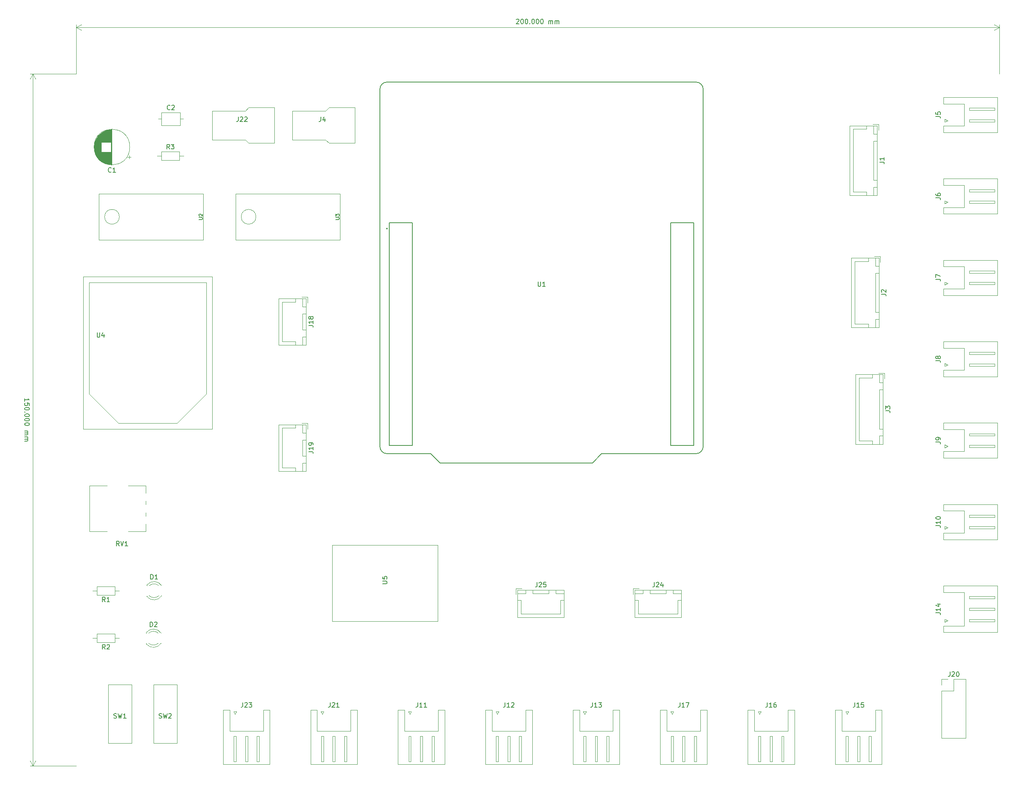
<source format=gbr>
G04 #@! TF.GenerationSoftware,KiCad,Pcbnew,(5.1.0)-1*
G04 #@! TF.CreationDate,2022-07-04T21:30:28+09:00*
G04 #@! TF.ProjectId,2022NHK_Include,32303232-4e48-44b5-9f49-6e636c756465,rev?*
G04 #@! TF.SameCoordinates,Original*
G04 #@! TF.FileFunction,Legend,Top*
G04 #@! TF.FilePolarity,Positive*
%FSLAX46Y46*%
G04 Gerber Fmt 4.6, Leading zero omitted, Abs format (unit mm)*
G04 Created by KiCad (PCBNEW (5.1.0)-1) date 2022-07-04 21:30:28*
%MOMM*%
%LPD*%
G04 APERTURE LIST*
%ADD10C,0.150000*%
%ADD11C,0.120000*%
%ADD12C,0.127000*%
%ADD13C,0.200000*%
G04 APERTURE END LIST*
D10*
X7167619Y-84541380D02*
X7167619Y-83969952D01*
X7167619Y-84255666D02*
X8167619Y-84255666D01*
X8024761Y-84160428D01*
X7929523Y-84065190D01*
X7881904Y-83969952D01*
X8167619Y-85446142D02*
X8167619Y-84969952D01*
X7691428Y-84922333D01*
X7739047Y-84969952D01*
X7786666Y-85065190D01*
X7786666Y-85303285D01*
X7739047Y-85398523D01*
X7691428Y-85446142D01*
X7596190Y-85493761D01*
X7358095Y-85493761D01*
X7262857Y-85446142D01*
X7215238Y-85398523D01*
X7167619Y-85303285D01*
X7167619Y-85065190D01*
X7215238Y-84969952D01*
X7262857Y-84922333D01*
X8167619Y-86112809D02*
X8167619Y-86208047D01*
X8120000Y-86303285D01*
X8072380Y-86350904D01*
X7977142Y-86398523D01*
X7786666Y-86446142D01*
X7548571Y-86446142D01*
X7358095Y-86398523D01*
X7262857Y-86350904D01*
X7215238Y-86303285D01*
X7167619Y-86208047D01*
X7167619Y-86112809D01*
X7215238Y-86017571D01*
X7262857Y-85969952D01*
X7358095Y-85922333D01*
X7548571Y-85874714D01*
X7786666Y-85874714D01*
X7977142Y-85922333D01*
X8072380Y-85969952D01*
X8120000Y-86017571D01*
X8167619Y-86112809D01*
X7262857Y-86874714D02*
X7215238Y-86922333D01*
X7167619Y-86874714D01*
X7215238Y-86827095D01*
X7262857Y-86874714D01*
X7167619Y-86874714D01*
X8167619Y-87541380D02*
X8167619Y-87636619D01*
X8120000Y-87731857D01*
X8072380Y-87779476D01*
X7977142Y-87827095D01*
X7786666Y-87874714D01*
X7548571Y-87874714D01*
X7358095Y-87827095D01*
X7262857Y-87779476D01*
X7215238Y-87731857D01*
X7167619Y-87636619D01*
X7167619Y-87541380D01*
X7215238Y-87446142D01*
X7262857Y-87398523D01*
X7358095Y-87350904D01*
X7548571Y-87303285D01*
X7786666Y-87303285D01*
X7977142Y-87350904D01*
X8072380Y-87398523D01*
X8120000Y-87446142D01*
X8167619Y-87541380D01*
X8167619Y-88493761D02*
X8167619Y-88589000D01*
X8120000Y-88684238D01*
X8072380Y-88731857D01*
X7977142Y-88779476D01*
X7786666Y-88827095D01*
X7548571Y-88827095D01*
X7358095Y-88779476D01*
X7262857Y-88731857D01*
X7215238Y-88684238D01*
X7167619Y-88589000D01*
X7167619Y-88493761D01*
X7215238Y-88398523D01*
X7262857Y-88350904D01*
X7358095Y-88303285D01*
X7548571Y-88255666D01*
X7786666Y-88255666D01*
X7977142Y-88303285D01*
X8072380Y-88350904D01*
X8120000Y-88398523D01*
X8167619Y-88493761D01*
X8167619Y-89446142D02*
X8167619Y-89541380D01*
X8120000Y-89636619D01*
X8072380Y-89684238D01*
X7977142Y-89731857D01*
X7786666Y-89779476D01*
X7548571Y-89779476D01*
X7358095Y-89731857D01*
X7262857Y-89684238D01*
X7215238Y-89636619D01*
X7167619Y-89541380D01*
X7167619Y-89446142D01*
X7215238Y-89350904D01*
X7262857Y-89303285D01*
X7358095Y-89255666D01*
X7548571Y-89208047D01*
X7786666Y-89208047D01*
X7977142Y-89255666D01*
X8072380Y-89303285D01*
X8120000Y-89350904D01*
X8167619Y-89446142D01*
X7167619Y-90969952D02*
X7834285Y-90969952D01*
X7739047Y-90969952D02*
X7786666Y-91017571D01*
X7834285Y-91112809D01*
X7834285Y-91255666D01*
X7786666Y-91350904D01*
X7691428Y-91398523D01*
X7167619Y-91398523D01*
X7691428Y-91398523D02*
X7786666Y-91446142D01*
X7834285Y-91541380D01*
X7834285Y-91684238D01*
X7786666Y-91779476D01*
X7691428Y-91827095D01*
X7167619Y-91827095D01*
X7167619Y-92303285D02*
X7834285Y-92303285D01*
X7739047Y-92303285D02*
X7786666Y-92350904D01*
X7834285Y-92446142D01*
X7834285Y-92589000D01*
X7786666Y-92684238D01*
X7691428Y-92731857D01*
X7167619Y-92731857D01*
X7691428Y-92731857D02*
X7786666Y-92779476D01*
X7834285Y-92874714D01*
X7834285Y-93017571D01*
X7786666Y-93112809D01*
X7691428Y-93160428D01*
X7167619Y-93160428D01*
D11*
X8890000Y-13589000D02*
X8890000Y-163589000D01*
X18288000Y-13589000D02*
X8303579Y-13589000D01*
X18288000Y-163589000D02*
X8303579Y-163589000D01*
X8890000Y-163589000D02*
X8303579Y-162462496D01*
X8890000Y-163589000D02*
X9476421Y-162462496D01*
X8890000Y-13589000D02*
X8303579Y-14715504D01*
X8890000Y-13589000D02*
X9476421Y-14715504D01*
D10*
X113668952Y-1833619D02*
X113716571Y-1786000D01*
X113811809Y-1738380D01*
X114049904Y-1738380D01*
X114145142Y-1786000D01*
X114192761Y-1833619D01*
X114240380Y-1928857D01*
X114240380Y-2024095D01*
X114192761Y-2166952D01*
X113621333Y-2738380D01*
X114240380Y-2738380D01*
X114859428Y-1738380D02*
X114954666Y-1738380D01*
X115049904Y-1786000D01*
X115097523Y-1833619D01*
X115145142Y-1928857D01*
X115192761Y-2119333D01*
X115192761Y-2357428D01*
X115145142Y-2547904D01*
X115097523Y-2643142D01*
X115049904Y-2690761D01*
X114954666Y-2738380D01*
X114859428Y-2738380D01*
X114764190Y-2690761D01*
X114716571Y-2643142D01*
X114668952Y-2547904D01*
X114621333Y-2357428D01*
X114621333Y-2119333D01*
X114668952Y-1928857D01*
X114716571Y-1833619D01*
X114764190Y-1786000D01*
X114859428Y-1738380D01*
X115811809Y-1738380D02*
X115907047Y-1738380D01*
X116002285Y-1786000D01*
X116049904Y-1833619D01*
X116097523Y-1928857D01*
X116145142Y-2119333D01*
X116145142Y-2357428D01*
X116097523Y-2547904D01*
X116049904Y-2643142D01*
X116002285Y-2690761D01*
X115907047Y-2738380D01*
X115811809Y-2738380D01*
X115716571Y-2690761D01*
X115668952Y-2643142D01*
X115621333Y-2547904D01*
X115573714Y-2357428D01*
X115573714Y-2119333D01*
X115621333Y-1928857D01*
X115668952Y-1833619D01*
X115716571Y-1786000D01*
X115811809Y-1738380D01*
X116573714Y-2643142D02*
X116621333Y-2690761D01*
X116573714Y-2738380D01*
X116526095Y-2690761D01*
X116573714Y-2643142D01*
X116573714Y-2738380D01*
X117240380Y-1738380D02*
X117335619Y-1738380D01*
X117430857Y-1786000D01*
X117478476Y-1833619D01*
X117526095Y-1928857D01*
X117573714Y-2119333D01*
X117573714Y-2357428D01*
X117526095Y-2547904D01*
X117478476Y-2643142D01*
X117430857Y-2690761D01*
X117335619Y-2738380D01*
X117240380Y-2738380D01*
X117145142Y-2690761D01*
X117097523Y-2643142D01*
X117049904Y-2547904D01*
X117002285Y-2357428D01*
X117002285Y-2119333D01*
X117049904Y-1928857D01*
X117097523Y-1833619D01*
X117145142Y-1786000D01*
X117240380Y-1738380D01*
X118192761Y-1738380D02*
X118288000Y-1738380D01*
X118383238Y-1786000D01*
X118430857Y-1833619D01*
X118478476Y-1928857D01*
X118526095Y-2119333D01*
X118526095Y-2357428D01*
X118478476Y-2547904D01*
X118430857Y-2643142D01*
X118383238Y-2690761D01*
X118288000Y-2738380D01*
X118192761Y-2738380D01*
X118097523Y-2690761D01*
X118049904Y-2643142D01*
X118002285Y-2547904D01*
X117954666Y-2357428D01*
X117954666Y-2119333D01*
X118002285Y-1928857D01*
X118049904Y-1833619D01*
X118097523Y-1786000D01*
X118192761Y-1738380D01*
X119145142Y-1738380D02*
X119240380Y-1738380D01*
X119335619Y-1786000D01*
X119383238Y-1833619D01*
X119430857Y-1928857D01*
X119478476Y-2119333D01*
X119478476Y-2357428D01*
X119430857Y-2547904D01*
X119383238Y-2643142D01*
X119335619Y-2690761D01*
X119240380Y-2738380D01*
X119145142Y-2738380D01*
X119049904Y-2690761D01*
X119002285Y-2643142D01*
X118954666Y-2547904D01*
X118907047Y-2357428D01*
X118907047Y-2119333D01*
X118954666Y-1928857D01*
X119002285Y-1833619D01*
X119049904Y-1786000D01*
X119145142Y-1738380D01*
X120668952Y-2738380D02*
X120668952Y-2071714D01*
X120668952Y-2166952D02*
X120716571Y-2119333D01*
X120811809Y-2071714D01*
X120954666Y-2071714D01*
X121049904Y-2119333D01*
X121097523Y-2214571D01*
X121097523Y-2738380D01*
X121097523Y-2214571D02*
X121145142Y-2119333D01*
X121240380Y-2071714D01*
X121383238Y-2071714D01*
X121478476Y-2119333D01*
X121526095Y-2214571D01*
X121526095Y-2738380D01*
X122002285Y-2738380D02*
X122002285Y-2071714D01*
X122002285Y-2166952D02*
X122049904Y-2119333D01*
X122145142Y-2071714D01*
X122288000Y-2071714D01*
X122383238Y-2119333D01*
X122430857Y-2214571D01*
X122430857Y-2738380D01*
X122430857Y-2214571D02*
X122478476Y-2119333D01*
X122573714Y-2071714D01*
X122716571Y-2071714D01*
X122811809Y-2119333D01*
X122859428Y-2214571D01*
X122859428Y-2738380D01*
D11*
X18288000Y-3556000D02*
X218288000Y-3556000D01*
X18288000Y-13589000D02*
X18288000Y-2969579D01*
X218288000Y-13589000D02*
X218288000Y-2969579D01*
X218288000Y-3556000D02*
X217161496Y-4142421D01*
X218288000Y-3556000D02*
X217161496Y-2969579D01*
X18288000Y-3556000D02*
X19414504Y-4142421D01*
X18288000Y-3556000D02*
X19414504Y-2969579D01*
X57260000Y-44577000D02*
G75*
G03X57260000Y-44577000I-1600000J0D01*
G01*
X75460000Y-39577000D02*
X52860000Y-39577000D01*
X75460000Y-49577000D02*
X75460000Y-39577000D01*
X52860000Y-49577000D02*
X75460000Y-49577000D01*
X52860000Y-39577000D02*
X52860000Y-49577000D01*
X27669000Y-44577000D02*
G75*
G03X27669000Y-44577000I-1600000J0D01*
G01*
X45869000Y-39577000D02*
X23269000Y-39577000D01*
X45869000Y-49577000D02*
X45869000Y-39577000D01*
X23269000Y-49577000D02*
X45869000Y-49577000D01*
X23269000Y-39577000D02*
X23269000Y-49577000D01*
X29822211Y-32014000D02*
X29822211Y-31264000D01*
X30197211Y-31639000D02*
X29447211Y-31639000D01*
X22214000Y-29905000D02*
X22214000Y-29023000D01*
X22254000Y-30157000D02*
X22254000Y-28771000D01*
X22294000Y-30341000D02*
X22294000Y-28587000D01*
X22334000Y-30492000D02*
X22334000Y-28436000D01*
X22374000Y-30622000D02*
X22374000Y-28306000D01*
X22414000Y-30739000D02*
X22414000Y-28189000D01*
X22454000Y-30845000D02*
X22454000Y-28083000D01*
X22494000Y-30942000D02*
X22494000Y-27986000D01*
X22534000Y-31033000D02*
X22534000Y-27895000D01*
X22574000Y-31118000D02*
X22574000Y-27810000D01*
X22614000Y-31197000D02*
X22614000Y-27731000D01*
X22654000Y-31273000D02*
X22654000Y-27655000D01*
X22694000Y-31345000D02*
X22694000Y-27583000D01*
X22734000Y-31413000D02*
X22734000Y-27515000D01*
X22774000Y-31478000D02*
X22774000Y-27450000D01*
X22814000Y-31541000D02*
X22814000Y-27387000D01*
X22854000Y-31601000D02*
X22854000Y-27327000D01*
X22894000Y-31659000D02*
X22894000Y-27269000D01*
X22934000Y-31714000D02*
X22934000Y-27214000D01*
X22974000Y-31768000D02*
X22974000Y-27160000D01*
X23014000Y-31819000D02*
X23014000Y-27109000D01*
X23054000Y-31869000D02*
X23054000Y-27059000D01*
X23094000Y-31918000D02*
X23094000Y-27010000D01*
X23134000Y-31964000D02*
X23134000Y-26964000D01*
X23174000Y-32010000D02*
X23174000Y-26918000D01*
X23214000Y-32053000D02*
X23214000Y-26875000D01*
X23254000Y-32096000D02*
X23254000Y-26832000D01*
X23294000Y-32137000D02*
X23294000Y-26791000D01*
X23334000Y-32177000D02*
X23334000Y-26751000D01*
X23374000Y-32216000D02*
X23374000Y-26712000D01*
X23414000Y-32254000D02*
X23414000Y-26674000D01*
X23454000Y-32291000D02*
X23454000Y-26637000D01*
X23494000Y-32327000D02*
X23494000Y-26601000D01*
X23534000Y-32362000D02*
X23534000Y-26566000D01*
X23574000Y-32395000D02*
X23574000Y-26533000D01*
X23614000Y-32428000D02*
X23614000Y-26500000D01*
X23654000Y-32460000D02*
X23654000Y-26468000D01*
X23694000Y-32492000D02*
X23694000Y-26436000D01*
X23734000Y-32522000D02*
X23734000Y-26406000D01*
X23774000Y-28424000D02*
X23774000Y-26376000D01*
X23774000Y-32552000D02*
X23774000Y-30504000D01*
X23814000Y-28424000D02*
X23814000Y-26348000D01*
X23814000Y-32580000D02*
X23814000Y-30504000D01*
X23854000Y-28424000D02*
X23854000Y-26320000D01*
X23854000Y-32608000D02*
X23854000Y-30504000D01*
X23894000Y-28424000D02*
X23894000Y-26292000D01*
X23894000Y-32636000D02*
X23894000Y-30504000D01*
X23934000Y-28424000D02*
X23934000Y-26266000D01*
X23934000Y-32662000D02*
X23934000Y-30504000D01*
X23974000Y-28424000D02*
X23974000Y-26240000D01*
X23974000Y-32688000D02*
X23974000Y-30504000D01*
X24014000Y-28424000D02*
X24014000Y-26215000D01*
X24014000Y-32713000D02*
X24014000Y-30504000D01*
X24054000Y-28424000D02*
X24054000Y-26190000D01*
X24054000Y-32738000D02*
X24054000Y-30504000D01*
X24094000Y-28424000D02*
X24094000Y-26167000D01*
X24094000Y-32761000D02*
X24094000Y-30504000D01*
X24134000Y-28424000D02*
X24134000Y-26143000D01*
X24134000Y-32785000D02*
X24134000Y-30504000D01*
X24174000Y-28424000D02*
X24174000Y-26121000D01*
X24174000Y-32807000D02*
X24174000Y-30504000D01*
X24214000Y-28424000D02*
X24214000Y-26099000D01*
X24214000Y-32829000D02*
X24214000Y-30504000D01*
X24254000Y-28424000D02*
X24254000Y-26078000D01*
X24254000Y-32850000D02*
X24254000Y-30504000D01*
X24294000Y-28424000D02*
X24294000Y-26057000D01*
X24294000Y-32871000D02*
X24294000Y-30504000D01*
X24334000Y-28424000D02*
X24334000Y-26037000D01*
X24334000Y-32891000D02*
X24334000Y-30504000D01*
X24374000Y-28424000D02*
X24374000Y-26017000D01*
X24374000Y-32911000D02*
X24374000Y-30504000D01*
X24414000Y-28424000D02*
X24414000Y-25998000D01*
X24414000Y-32930000D02*
X24414000Y-30504000D01*
X24454000Y-28424000D02*
X24454000Y-25980000D01*
X24454000Y-32948000D02*
X24454000Y-30504000D01*
X24494000Y-28424000D02*
X24494000Y-25962000D01*
X24494000Y-32966000D02*
X24494000Y-30504000D01*
X24534000Y-28424000D02*
X24534000Y-25944000D01*
X24534000Y-32984000D02*
X24534000Y-30504000D01*
X24574000Y-28424000D02*
X24574000Y-25928000D01*
X24574000Y-33000000D02*
X24574000Y-30504000D01*
X24614000Y-28424000D02*
X24614000Y-25911000D01*
X24614000Y-33017000D02*
X24614000Y-30504000D01*
X24654000Y-28424000D02*
X24654000Y-25896000D01*
X24654000Y-33032000D02*
X24654000Y-30504000D01*
X24694000Y-28424000D02*
X24694000Y-25880000D01*
X24694000Y-33048000D02*
X24694000Y-30504000D01*
X24734000Y-28424000D02*
X24734000Y-25866000D01*
X24734000Y-33062000D02*
X24734000Y-30504000D01*
X24774000Y-28424000D02*
X24774000Y-25851000D01*
X24774000Y-33077000D02*
X24774000Y-30504000D01*
X24814000Y-28424000D02*
X24814000Y-25838000D01*
X24814000Y-33090000D02*
X24814000Y-30504000D01*
X24854000Y-28424000D02*
X24854000Y-25824000D01*
X24854000Y-33104000D02*
X24854000Y-30504000D01*
X24894000Y-28424000D02*
X24894000Y-25811000D01*
X24894000Y-33117000D02*
X24894000Y-30504000D01*
X24934000Y-28424000D02*
X24934000Y-25799000D01*
X24934000Y-33129000D02*
X24934000Y-30504000D01*
X24974000Y-28424000D02*
X24974000Y-25787000D01*
X24974000Y-33141000D02*
X24974000Y-30504000D01*
X25014000Y-28424000D02*
X25014000Y-25776000D01*
X25014000Y-33152000D02*
X25014000Y-30504000D01*
X25054000Y-28424000D02*
X25054000Y-25765000D01*
X25054000Y-33163000D02*
X25054000Y-30504000D01*
X25094000Y-28424000D02*
X25094000Y-25754000D01*
X25094000Y-33174000D02*
X25094000Y-30504000D01*
X25134000Y-28424000D02*
X25134000Y-25744000D01*
X25134000Y-33184000D02*
X25134000Y-30504000D01*
X25174000Y-28424000D02*
X25174000Y-25735000D01*
X25174000Y-33193000D02*
X25174000Y-30504000D01*
X25214000Y-28424000D02*
X25214000Y-25726000D01*
X25214000Y-33202000D02*
X25214000Y-30504000D01*
X25254000Y-28424000D02*
X25254000Y-25717000D01*
X25254000Y-33211000D02*
X25254000Y-30504000D01*
X25294000Y-28424000D02*
X25294000Y-25709000D01*
X25294000Y-33219000D02*
X25294000Y-30504000D01*
X25334000Y-28424000D02*
X25334000Y-25701000D01*
X25334000Y-33227000D02*
X25334000Y-30504000D01*
X25375000Y-28424000D02*
X25375000Y-25694000D01*
X25375000Y-33234000D02*
X25375000Y-30504000D01*
X25415000Y-28424000D02*
X25415000Y-25687000D01*
X25415000Y-33241000D02*
X25415000Y-30504000D01*
X25455000Y-28424000D02*
X25455000Y-25680000D01*
X25455000Y-33248000D02*
X25455000Y-30504000D01*
X25495000Y-28424000D02*
X25495000Y-25674000D01*
X25495000Y-33254000D02*
X25495000Y-30504000D01*
X25535000Y-28424000D02*
X25535000Y-25669000D01*
X25535000Y-33259000D02*
X25535000Y-30504000D01*
X25575000Y-28424000D02*
X25575000Y-25663000D01*
X25575000Y-33265000D02*
X25575000Y-30504000D01*
X25615000Y-28424000D02*
X25615000Y-25659000D01*
X25615000Y-33269000D02*
X25615000Y-30504000D01*
X25655000Y-28424000D02*
X25655000Y-25654000D01*
X25655000Y-33274000D02*
X25655000Y-30504000D01*
X25695000Y-28424000D02*
X25695000Y-25650000D01*
X25695000Y-33278000D02*
X25695000Y-30504000D01*
X25735000Y-28424000D02*
X25735000Y-25647000D01*
X25735000Y-33281000D02*
X25735000Y-30504000D01*
X25775000Y-28424000D02*
X25775000Y-25644000D01*
X25775000Y-33284000D02*
X25775000Y-30504000D01*
X25815000Y-28424000D02*
X25815000Y-25641000D01*
X25815000Y-33287000D02*
X25815000Y-30504000D01*
X25855000Y-33289000D02*
X25855000Y-25639000D01*
X25895000Y-33291000D02*
X25895000Y-25637000D01*
X25935000Y-33293000D02*
X25935000Y-25635000D01*
X25975000Y-33294000D02*
X25975000Y-25634000D01*
X26015000Y-33294000D02*
X26015000Y-25634000D01*
X26055000Y-33294000D02*
X26055000Y-25634000D01*
X29925000Y-29464000D02*
G75*
G03X29925000Y-29464000I-3870000J0D01*
G01*
X41512000Y-23368000D02*
X40822000Y-23368000D01*
X36092000Y-23368000D02*
X36782000Y-23368000D01*
X40822000Y-21948000D02*
X36782000Y-21948000D01*
X40822000Y-24788000D02*
X40822000Y-21948000D01*
X36782000Y-24788000D02*
X40822000Y-24788000D01*
X36782000Y-21948000D02*
X36782000Y-24788000D01*
X33619000Y-126683000D02*
X33619000Y-126839000D01*
X33619000Y-124367000D02*
X33619000Y-124523000D01*
X36220130Y-126682837D02*
G75*
G02X34138039Y-126683000I-1041130J1079837D01*
G01*
X36220130Y-124523163D02*
G75*
G03X34138039Y-124523000I-1041130J-1079837D01*
G01*
X36851335Y-126681608D02*
G75*
G02X33619000Y-126838516I-1672335J1078608D01*
G01*
X36851335Y-124524392D02*
G75*
G03X33619000Y-124367484I-1672335J-1078608D01*
G01*
X33492000Y-136970000D02*
X33492000Y-137126000D01*
X33492000Y-134654000D02*
X33492000Y-134810000D01*
X36093130Y-136969837D02*
G75*
G02X34011039Y-136970000I-1041130J1079837D01*
G01*
X36093130Y-134810163D02*
G75*
G03X34011039Y-134810000I-1041130J-1079837D01*
G01*
X36724335Y-136968608D02*
G75*
G02X33492000Y-137125516I-1672335J1078608D01*
G01*
X36724335Y-134811392D02*
G75*
G03X33492000Y-134654484I-1672335J-1078608D01*
G01*
X78658000Y-28615000D02*
X73083000Y-28615000D01*
X72358000Y-27890000D02*
X73083000Y-28615000D01*
X72358000Y-27890000D02*
X65158000Y-27890000D01*
X65158000Y-27890000D02*
X65158000Y-21640000D01*
X72358000Y-21640000D02*
X65158000Y-21640000D01*
X72358000Y-21640000D02*
X73083000Y-20915000D01*
X78658000Y-20915000D02*
X73083000Y-20915000D01*
X78658000Y-20915000D02*
X78658000Y-28615000D01*
X206488000Y-23449000D02*
X207088000Y-23749000D01*
X206488000Y-24049000D02*
X206488000Y-23449000D01*
X207088000Y-23749000D02*
X206488000Y-24049000D01*
X211788000Y-20999000D02*
X211788000Y-21499000D01*
X217288000Y-20999000D02*
X211788000Y-20999000D01*
X217288000Y-21499000D02*
X217288000Y-20999000D01*
X211788000Y-21499000D02*
X217288000Y-21499000D01*
X211788000Y-23499000D02*
X211788000Y-23999000D01*
X217288000Y-23499000D02*
X211788000Y-23499000D01*
X217288000Y-23999000D02*
X217288000Y-23499000D01*
X211788000Y-23999000D02*
X217288000Y-23999000D01*
X210678000Y-20109000D02*
X210678000Y-22499000D01*
X206178000Y-20109000D02*
X210678000Y-20109000D01*
X206178000Y-18689000D02*
X206178000Y-20109000D01*
X217898000Y-18689000D02*
X206178000Y-18689000D01*
X217898000Y-22499000D02*
X217898000Y-18689000D01*
X210678000Y-24889000D02*
X210678000Y-22499000D01*
X206178000Y-24889000D02*
X210678000Y-24889000D01*
X206178000Y-26309000D02*
X206178000Y-24889000D01*
X217898000Y-26309000D02*
X206178000Y-26309000D01*
X217898000Y-22499000D02*
X217898000Y-26309000D01*
X206488000Y-41084900D02*
X207088000Y-41384900D01*
X206488000Y-41684900D02*
X206488000Y-41084900D01*
X207088000Y-41384900D02*
X206488000Y-41684900D01*
X211788000Y-38634900D02*
X211788000Y-39134900D01*
X217288000Y-38634900D02*
X211788000Y-38634900D01*
X217288000Y-39134900D02*
X217288000Y-38634900D01*
X211788000Y-39134900D02*
X217288000Y-39134900D01*
X211788000Y-41134900D02*
X211788000Y-41634900D01*
X217288000Y-41134900D02*
X211788000Y-41134900D01*
X217288000Y-41634900D02*
X217288000Y-41134900D01*
X211788000Y-41634900D02*
X217288000Y-41634900D01*
X210678000Y-37744900D02*
X210678000Y-40134900D01*
X206178000Y-37744900D02*
X210678000Y-37744900D01*
X206178000Y-36324900D02*
X206178000Y-37744900D01*
X217898000Y-36324900D02*
X206178000Y-36324900D01*
X217898000Y-40134900D02*
X217898000Y-36324900D01*
X210678000Y-42524900D02*
X210678000Y-40134900D01*
X206178000Y-42524900D02*
X210678000Y-42524900D01*
X206178000Y-43944900D02*
X206178000Y-42524900D01*
X217898000Y-43944900D02*
X206178000Y-43944900D01*
X217898000Y-40134900D02*
X217898000Y-43944900D01*
X206488000Y-58720700D02*
X207088000Y-59020700D01*
X206488000Y-59320700D02*
X206488000Y-58720700D01*
X207088000Y-59020700D02*
X206488000Y-59320700D01*
X211788000Y-56270700D02*
X211788000Y-56770700D01*
X217288000Y-56270700D02*
X211788000Y-56270700D01*
X217288000Y-56770700D02*
X217288000Y-56270700D01*
X211788000Y-56770700D02*
X217288000Y-56770700D01*
X211788000Y-58770700D02*
X211788000Y-59270700D01*
X217288000Y-58770700D02*
X211788000Y-58770700D01*
X217288000Y-59270700D02*
X217288000Y-58770700D01*
X211788000Y-59270700D02*
X217288000Y-59270700D01*
X210678000Y-55380700D02*
X210678000Y-57770700D01*
X206178000Y-55380700D02*
X210678000Y-55380700D01*
X206178000Y-53960700D02*
X206178000Y-55380700D01*
X217898000Y-53960700D02*
X206178000Y-53960700D01*
X217898000Y-57770700D02*
X217898000Y-53960700D01*
X210678000Y-60160700D02*
X210678000Y-57770700D01*
X206178000Y-60160700D02*
X210678000Y-60160700D01*
X206178000Y-61580700D02*
X206178000Y-60160700D01*
X217898000Y-61580700D02*
X206178000Y-61580700D01*
X217898000Y-57770700D02*
X217898000Y-61580700D01*
X206488000Y-76356600D02*
X207088000Y-76656600D01*
X206488000Y-76956600D02*
X206488000Y-76356600D01*
X207088000Y-76656600D02*
X206488000Y-76956600D01*
X211788000Y-73906600D02*
X211788000Y-74406600D01*
X217288000Y-73906600D02*
X211788000Y-73906600D01*
X217288000Y-74406600D02*
X217288000Y-73906600D01*
X211788000Y-74406600D02*
X217288000Y-74406600D01*
X211788000Y-76406600D02*
X211788000Y-76906600D01*
X217288000Y-76406600D02*
X211788000Y-76406600D01*
X217288000Y-76906600D02*
X217288000Y-76406600D01*
X211788000Y-76906600D02*
X217288000Y-76906600D01*
X210678000Y-73016600D02*
X210678000Y-75406600D01*
X206178000Y-73016600D02*
X210678000Y-73016600D01*
X206178000Y-71596600D02*
X206178000Y-73016600D01*
X217898000Y-71596600D02*
X206178000Y-71596600D01*
X217898000Y-75406600D02*
X217898000Y-71596600D01*
X210678000Y-77796600D02*
X210678000Y-75406600D01*
X206178000Y-77796600D02*
X210678000Y-77796600D01*
X206178000Y-79216600D02*
X206178000Y-77796600D01*
X217898000Y-79216600D02*
X206178000Y-79216600D01*
X217898000Y-75406600D02*
X217898000Y-79216600D01*
X206488000Y-93992400D02*
X207088000Y-94292400D01*
X206488000Y-94592400D02*
X206488000Y-93992400D01*
X207088000Y-94292400D02*
X206488000Y-94592400D01*
X211788000Y-91542400D02*
X211788000Y-92042400D01*
X217288000Y-91542400D02*
X211788000Y-91542400D01*
X217288000Y-92042400D02*
X217288000Y-91542400D01*
X211788000Y-92042400D02*
X217288000Y-92042400D01*
X211788000Y-94042400D02*
X211788000Y-94542400D01*
X217288000Y-94042400D02*
X211788000Y-94042400D01*
X217288000Y-94542400D02*
X217288000Y-94042400D01*
X211788000Y-94542400D02*
X217288000Y-94542400D01*
X210678000Y-90652400D02*
X210678000Y-93042400D01*
X206178000Y-90652400D02*
X210678000Y-90652400D01*
X206178000Y-89232400D02*
X206178000Y-90652400D01*
X217898000Y-89232400D02*
X206178000Y-89232400D01*
X217898000Y-93042400D02*
X217898000Y-89232400D01*
X210678000Y-95432400D02*
X210678000Y-93042400D01*
X206178000Y-95432400D02*
X210678000Y-95432400D01*
X206178000Y-96852400D02*
X206178000Y-95432400D01*
X217898000Y-96852400D02*
X206178000Y-96852400D01*
X217898000Y-93042400D02*
X217898000Y-96852400D01*
X206488000Y-111628000D02*
X207088000Y-111928000D01*
X206488000Y-112228000D02*
X206488000Y-111628000D01*
X207088000Y-111928000D02*
X206488000Y-112228000D01*
X211788000Y-109178000D02*
X211788000Y-109678000D01*
X217288000Y-109178000D02*
X211788000Y-109178000D01*
X217288000Y-109678000D02*
X217288000Y-109178000D01*
X211788000Y-109678000D02*
X217288000Y-109678000D01*
X211788000Y-111678000D02*
X211788000Y-112178000D01*
X217288000Y-111678000D02*
X211788000Y-111678000D01*
X217288000Y-112178000D02*
X217288000Y-111678000D01*
X211788000Y-112178000D02*
X217288000Y-112178000D01*
X210678000Y-108288000D02*
X210678000Y-110678000D01*
X206178000Y-108288000D02*
X210678000Y-108288000D01*
X206178000Y-106868000D02*
X206178000Y-108288000D01*
X217898000Y-106868000D02*
X206178000Y-106868000D01*
X217898000Y-110678000D02*
X217898000Y-106868000D01*
X210678000Y-113068000D02*
X210678000Y-110678000D01*
X206178000Y-113068000D02*
X210678000Y-113068000D01*
X206178000Y-114488000D02*
X206178000Y-113068000D01*
X217898000Y-114488000D02*
X206178000Y-114488000D01*
X217898000Y-110678000D02*
X217898000Y-114488000D01*
X90887300Y-151789000D02*
X90587300Y-152389000D01*
X90287300Y-151789000D02*
X90887300Y-151789000D01*
X90587300Y-152389000D02*
X90287300Y-151789000D01*
X95837300Y-157089000D02*
X95337300Y-157089000D01*
X95837300Y-162589000D02*
X95837300Y-157089000D01*
X95337300Y-162589000D02*
X95837300Y-162589000D01*
X95337300Y-157089000D02*
X95337300Y-162589000D01*
X93337300Y-157089000D02*
X92837300Y-157089000D01*
X93337300Y-162589000D02*
X93337300Y-157089000D01*
X92837300Y-162589000D02*
X93337300Y-162589000D01*
X92837300Y-157089000D02*
X92837300Y-162589000D01*
X90837300Y-157089000D02*
X90337300Y-157089000D01*
X90837300Y-162589000D02*
X90837300Y-157089000D01*
X90337300Y-162589000D02*
X90837300Y-162589000D01*
X90337300Y-157089000D02*
X90337300Y-162589000D01*
X96727300Y-155979000D02*
X93087300Y-155979000D01*
X96727300Y-151479000D02*
X96727300Y-155979000D01*
X98147300Y-151479000D02*
X96727300Y-151479000D01*
X98147300Y-163199000D02*
X98147300Y-151479000D01*
X93087300Y-163199000D02*
X98147300Y-163199000D01*
X89447300Y-155979000D02*
X93087300Y-155979000D01*
X89447300Y-151479000D02*
X89447300Y-155979000D01*
X88027300Y-151479000D02*
X89447300Y-151479000D01*
X88027300Y-163199000D02*
X88027300Y-151479000D01*
X93087300Y-163199000D02*
X88027300Y-163199000D01*
X109828000Y-151789000D02*
X109528000Y-152389000D01*
X109228000Y-151789000D02*
X109828000Y-151789000D01*
X109528000Y-152389000D02*
X109228000Y-151789000D01*
X114778000Y-157089000D02*
X114278000Y-157089000D01*
X114778000Y-162589000D02*
X114778000Y-157089000D01*
X114278000Y-162589000D02*
X114778000Y-162589000D01*
X114278000Y-157089000D02*
X114278000Y-162589000D01*
X112278000Y-157089000D02*
X111778000Y-157089000D01*
X112278000Y-162589000D02*
X112278000Y-157089000D01*
X111778000Y-162589000D02*
X112278000Y-162589000D01*
X111778000Y-157089000D02*
X111778000Y-162589000D01*
X109778000Y-157089000D02*
X109278000Y-157089000D01*
X109778000Y-162589000D02*
X109778000Y-157089000D01*
X109278000Y-162589000D02*
X109778000Y-162589000D01*
X109278000Y-157089000D02*
X109278000Y-162589000D01*
X115668000Y-155979000D02*
X112028000Y-155979000D01*
X115668000Y-151479000D02*
X115668000Y-155979000D01*
X117088000Y-151479000D02*
X115668000Y-151479000D01*
X117088000Y-163199000D02*
X117088000Y-151479000D01*
X112028000Y-163199000D02*
X117088000Y-163199000D01*
X108388000Y-155979000D02*
X112028000Y-155979000D01*
X108388000Y-151479000D02*
X108388000Y-155979000D01*
X106968000Y-151479000D02*
X108388000Y-151479000D01*
X106968000Y-163199000D02*
X106968000Y-151479000D01*
X112028000Y-163199000D02*
X106968000Y-163199000D01*
X128770000Y-151789000D02*
X128470000Y-152389000D01*
X128170000Y-151789000D02*
X128770000Y-151789000D01*
X128470000Y-152389000D02*
X128170000Y-151789000D01*
X133720000Y-157089000D02*
X133220000Y-157089000D01*
X133720000Y-162589000D02*
X133720000Y-157089000D01*
X133220000Y-162589000D02*
X133720000Y-162589000D01*
X133220000Y-157089000D02*
X133220000Y-162589000D01*
X131220000Y-157089000D02*
X130720000Y-157089000D01*
X131220000Y-162589000D02*
X131220000Y-157089000D01*
X130720000Y-162589000D02*
X131220000Y-162589000D01*
X130720000Y-157089000D02*
X130720000Y-162589000D01*
X128720000Y-157089000D02*
X128220000Y-157089000D01*
X128720000Y-162589000D02*
X128720000Y-157089000D01*
X128220000Y-162589000D02*
X128720000Y-162589000D01*
X128220000Y-157089000D02*
X128220000Y-162589000D01*
X134610000Y-155979000D02*
X130970000Y-155979000D01*
X134610000Y-151479000D02*
X134610000Y-155979000D01*
X136030000Y-151479000D02*
X134610000Y-151479000D01*
X136030000Y-163199000D02*
X136030000Y-151479000D01*
X130970000Y-163199000D02*
X136030000Y-163199000D01*
X127330000Y-155979000D02*
X130970000Y-155979000D01*
X127330000Y-151479000D02*
X127330000Y-155979000D01*
X125910000Y-151479000D02*
X127330000Y-151479000D01*
X125910000Y-163199000D02*
X125910000Y-151479000D01*
X130970000Y-163199000D02*
X125910000Y-163199000D01*
X206488000Y-131764000D02*
X207088000Y-132064000D01*
X206488000Y-132364000D02*
X206488000Y-131764000D01*
X207088000Y-132064000D02*
X206488000Y-132364000D01*
X211788000Y-126814000D02*
X211788000Y-127314000D01*
X217288000Y-126814000D02*
X211788000Y-126814000D01*
X217288000Y-127314000D02*
X217288000Y-126814000D01*
X211788000Y-127314000D02*
X217288000Y-127314000D01*
X211788000Y-129314000D02*
X211788000Y-129814000D01*
X217288000Y-129314000D02*
X211788000Y-129314000D01*
X217288000Y-129814000D02*
X217288000Y-129314000D01*
X211788000Y-129814000D02*
X217288000Y-129814000D01*
X211788000Y-131814000D02*
X211788000Y-132314000D01*
X217288000Y-131814000D02*
X211788000Y-131814000D01*
X217288000Y-132314000D02*
X217288000Y-131814000D01*
X211788000Y-132314000D02*
X217288000Y-132314000D01*
X210678000Y-125924000D02*
X210678000Y-129564000D01*
X206178000Y-125924000D02*
X210678000Y-125924000D01*
X206178000Y-124504000D02*
X206178000Y-125924000D01*
X217898000Y-124504000D02*
X206178000Y-124504000D01*
X217898000Y-129564000D02*
X217898000Y-124504000D01*
X210678000Y-133204000D02*
X210678000Y-129564000D01*
X206178000Y-133204000D02*
X210678000Y-133204000D01*
X206178000Y-134624000D02*
X206178000Y-133204000D01*
X217898000Y-134624000D02*
X206178000Y-134624000D01*
X217898000Y-129564000D02*
X217898000Y-134624000D01*
X185593000Y-151789000D02*
X185293000Y-152389000D01*
X184993000Y-151789000D02*
X185593000Y-151789000D01*
X185293000Y-152389000D02*
X184993000Y-151789000D01*
X190543000Y-157089000D02*
X190043000Y-157089000D01*
X190543000Y-162589000D02*
X190543000Y-157089000D01*
X190043000Y-162589000D02*
X190543000Y-162589000D01*
X190043000Y-157089000D02*
X190043000Y-162589000D01*
X188043000Y-157089000D02*
X187543000Y-157089000D01*
X188043000Y-162589000D02*
X188043000Y-157089000D01*
X187543000Y-162589000D02*
X188043000Y-162589000D01*
X187543000Y-157089000D02*
X187543000Y-162589000D01*
X185543000Y-157089000D02*
X185043000Y-157089000D01*
X185543000Y-162589000D02*
X185543000Y-157089000D01*
X185043000Y-162589000D02*
X185543000Y-162589000D01*
X185043000Y-157089000D02*
X185043000Y-162589000D01*
X191433000Y-155979000D02*
X187793000Y-155979000D01*
X191433000Y-151479000D02*
X191433000Y-155979000D01*
X192853000Y-151479000D02*
X191433000Y-151479000D01*
X192853000Y-163199000D02*
X192853000Y-151479000D01*
X187793000Y-163199000D02*
X192853000Y-163199000D01*
X184153000Y-155979000D02*
X187793000Y-155979000D01*
X184153000Y-151479000D02*
X184153000Y-155979000D01*
X182733000Y-151479000D02*
X184153000Y-151479000D01*
X182733000Y-163199000D02*
X182733000Y-151479000D01*
X187793000Y-163199000D02*
X182733000Y-163199000D01*
X166652000Y-151789000D02*
X166352000Y-152389000D01*
X166052000Y-151789000D02*
X166652000Y-151789000D01*
X166352000Y-152389000D02*
X166052000Y-151789000D01*
X171602000Y-157089000D02*
X171102000Y-157089000D01*
X171602000Y-162589000D02*
X171602000Y-157089000D01*
X171102000Y-162589000D02*
X171602000Y-162589000D01*
X171102000Y-157089000D02*
X171102000Y-162589000D01*
X169102000Y-157089000D02*
X168602000Y-157089000D01*
X169102000Y-162589000D02*
X169102000Y-157089000D01*
X168602000Y-162589000D02*
X169102000Y-162589000D01*
X168602000Y-157089000D02*
X168602000Y-162589000D01*
X166602000Y-157089000D02*
X166102000Y-157089000D01*
X166602000Y-162589000D02*
X166602000Y-157089000D01*
X166102000Y-162589000D02*
X166602000Y-162589000D01*
X166102000Y-157089000D02*
X166102000Y-162589000D01*
X172492000Y-155979000D02*
X168852000Y-155979000D01*
X172492000Y-151479000D02*
X172492000Y-155979000D01*
X173912000Y-151479000D02*
X172492000Y-151479000D01*
X173912000Y-163199000D02*
X173912000Y-151479000D01*
X168852000Y-163199000D02*
X173912000Y-163199000D01*
X165212000Y-155979000D02*
X168852000Y-155979000D01*
X165212000Y-151479000D02*
X165212000Y-155979000D01*
X163792000Y-151479000D02*
X165212000Y-151479000D01*
X163792000Y-163199000D02*
X163792000Y-151479000D01*
X168852000Y-163199000D02*
X163792000Y-163199000D01*
X147711000Y-151789000D02*
X147411000Y-152389000D01*
X147111000Y-151789000D02*
X147711000Y-151789000D01*
X147411000Y-152389000D02*
X147111000Y-151789000D01*
X152661000Y-157089000D02*
X152161000Y-157089000D01*
X152661000Y-162589000D02*
X152661000Y-157089000D01*
X152161000Y-162589000D02*
X152661000Y-162589000D01*
X152161000Y-157089000D02*
X152161000Y-162589000D01*
X150161000Y-157089000D02*
X149661000Y-157089000D01*
X150161000Y-162589000D02*
X150161000Y-157089000D01*
X149661000Y-162589000D02*
X150161000Y-162589000D01*
X149661000Y-157089000D02*
X149661000Y-162589000D01*
X147661000Y-157089000D02*
X147161000Y-157089000D01*
X147661000Y-162589000D02*
X147661000Y-157089000D01*
X147161000Y-162589000D02*
X147661000Y-162589000D01*
X147161000Y-157089000D02*
X147161000Y-162589000D01*
X153551000Y-155979000D02*
X149911000Y-155979000D01*
X153551000Y-151479000D02*
X153551000Y-155979000D01*
X154971000Y-151479000D02*
X153551000Y-151479000D01*
X154971000Y-163199000D02*
X154971000Y-151479000D01*
X149911000Y-163199000D02*
X154971000Y-163199000D01*
X146271000Y-155979000D02*
X149911000Y-155979000D01*
X146271000Y-151479000D02*
X146271000Y-155979000D01*
X144851000Y-151479000D02*
X146271000Y-151479000D01*
X144851000Y-163199000D02*
X144851000Y-151479000D01*
X149911000Y-163199000D02*
X144851000Y-163199000D01*
X205807000Y-144720000D02*
X207137000Y-144720000D01*
X205807000Y-146050000D02*
X205807000Y-144720000D01*
X208407000Y-144720000D02*
X211007000Y-144720000D01*
X208407000Y-147320000D02*
X208407000Y-144720000D01*
X205807000Y-147320000D02*
X208407000Y-147320000D01*
X211007000Y-144720000D02*
X211007000Y-157540000D01*
X205807000Y-147320000D02*
X205807000Y-157540000D01*
X205807000Y-157540000D02*
X211007000Y-157540000D01*
X21895000Y-125603000D02*
X22845000Y-125603000D01*
X27635000Y-125603000D02*
X26685000Y-125603000D01*
X22845000Y-126523000D02*
X26685000Y-126523000D01*
X22845000Y-124683000D02*
X22845000Y-126523000D01*
X26685000Y-124683000D02*
X22845000Y-124683000D01*
X26685000Y-126523000D02*
X26685000Y-124683000D01*
X21895000Y-135890000D02*
X22845000Y-135890000D01*
X27635000Y-135890000D02*
X26685000Y-135890000D01*
X22845000Y-136810000D02*
X26685000Y-136810000D01*
X22845000Y-134970000D02*
X22845000Y-136810000D01*
X26685000Y-134970000D02*
X22845000Y-134970000D01*
X26685000Y-136810000D02*
X26685000Y-134970000D01*
X46482000Y-82931000D02*
X40132000Y-89281000D01*
X46482000Y-58801000D02*
X46482000Y-82931000D01*
X21082000Y-58801000D02*
X46482000Y-58801000D01*
X21082000Y-82931000D02*
X21082000Y-58801000D01*
X27432000Y-89281000D02*
X21082000Y-82931000D01*
X40132000Y-89281000D02*
X27432000Y-89281000D01*
X47752000Y-90551000D02*
X19812000Y-90551000D01*
X47752000Y-57531000D02*
X47752000Y-90551000D01*
X19812000Y-57531000D02*
X47752000Y-57531000D01*
X19812000Y-90551000D02*
X19812000Y-57531000D01*
X73787000Y-115697000D02*
X73787000Y-132207000D01*
X96647000Y-115697000D02*
X73787000Y-115697000D01*
X96647000Y-132207000D02*
X96647000Y-115697000D01*
X73787000Y-132207000D02*
X96647000Y-132207000D01*
X41605000Y-31369000D02*
X40655000Y-31369000D01*
X35865000Y-31369000D02*
X36815000Y-31369000D01*
X40655000Y-30449000D02*
X36815000Y-30449000D01*
X40655000Y-32289000D02*
X40655000Y-30449000D01*
X36815000Y-32289000D02*
X40655000Y-32289000D01*
X36815000Y-30449000D02*
X36815000Y-32289000D01*
X25273000Y-158601000D02*
X25273000Y-145901000D01*
X30353000Y-158601000D02*
X25273000Y-158601000D01*
X30353000Y-145901000D02*
X30353000Y-158601000D01*
X25273000Y-145901000D02*
X30353000Y-145901000D01*
X35052000Y-158601000D02*
X35052000Y-145901000D01*
X40132000Y-158601000D02*
X35052000Y-158601000D01*
X40132000Y-145901000D02*
X40132000Y-158601000D01*
X35052000Y-145901000D02*
X40132000Y-145901000D01*
D12*
X97126000Y-97892000D02*
X95126000Y-95892000D01*
X85626000Y-15392000D02*
X152626000Y-15392000D01*
X95126000Y-95892000D02*
X85626000Y-95892000D01*
X84126000Y-16892000D02*
G75*
G02X85626000Y-15392000I1500000J0D01*
G01*
X152626000Y-15392000D02*
G75*
G02X154126000Y-16892000I0J-1500000D01*
G01*
X154126000Y-94392000D02*
G75*
G02X152626000Y-95892000I-1500000J0D01*
G01*
X152626000Y-95892000D02*
X132126000Y-95892000D01*
X132126000Y-95892000D02*
X130126000Y-97892000D01*
X85626000Y-95892000D02*
G75*
G02X84126000Y-94392000I0J1500000D01*
G01*
X84126000Y-94392000D02*
X84126000Y-16892000D01*
X154126000Y-16892000D02*
X154126000Y-94392000D01*
X130126000Y-97892000D02*
X97126000Y-97892000D01*
X86146000Y-45862000D02*
X86146000Y-94122000D01*
X91146000Y-45862000D02*
X86146000Y-45862000D01*
X147106000Y-94122000D02*
X152106000Y-94122000D01*
X152106000Y-94122000D02*
X152106000Y-45862000D01*
X152106000Y-45862000D02*
X147106000Y-45862000D01*
D13*
X85726000Y-47132000D02*
G75*
G03X85726000Y-47132000I-100000J0D01*
G01*
D12*
X86146000Y-94122000D02*
X91146000Y-94122000D01*
X147106000Y-45862000D02*
X147106000Y-94122000D01*
X91146000Y-94122000D02*
X91146000Y-45862000D01*
D11*
X33410000Y-112753000D02*
X29545000Y-112753000D01*
X25035000Y-112753000D02*
X21170000Y-112753000D01*
X33410000Y-102813000D02*
X29545000Y-102813000D01*
X25035000Y-102813000D02*
X21170000Y-102813000D01*
X33410000Y-112753000D02*
X33410000Y-111154000D01*
X33410000Y-109412000D02*
X33410000Y-108653000D01*
X33410000Y-106912000D02*
X33410000Y-106153000D01*
X33410000Y-104413000D02*
X33410000Y-102813000D01*
X21170000Y-112753000D02*
X21170000Y-102813000D01*
X74146100Y-163199000D02*
X69086100Y-163199000D01*
X69086100Y-163199000D02*
X69086100Y-151479000D01*
X69086100Y-151479000D02*
X70506100Y-151479000D01*
X70506100Y-151479000D02*
X70506100Y-155979000D01*
X70506100Y-155979000D02*
X74146100Y-155979000D01*
X74146100Y-163199000D02*
X79206100Y-163199000D01*
X79206100Y-163199000D02*
X79206100Y-151479000D01*
X79206100Y-151479000D02*
X77786100Y-151479000D01*
X77786100Y-151479000D02*
X77786100Y-155979000D01*
X77786100Y-155979000D02*
X74146100Y-155979000D01*
X71396100Y-157089000D02*
X71396100Y-162589000D01*
X71396100Y-162589000D02*
X71896100Y-162589000D01*
X71896100Y-162589000D02*
X71896100Y-157089000D01*
X71896100Y-157089000D02*
X71396100Y-157089000D01*
X73896100Y-157089000D02*
X73896100Y-162589000D01*
X73896100Y-162589000D02*
X74396100Y-162589000D01*
X74396100Y-162589000D02*
X74396100Y-157089000D01*
X74396100Y-157089000D02*
X73896100Y-157089000D01*
X76396100Y-157089000D02*
X76396100Y-162589000D01*
X76396100Y-162589000D02*
X76896100Y-162589000D01*
X76896100Y-162589000D02*
X76896100Y-157089000D01*
X76896100Y-157089000D02*
X76396100Y-157089000D01*
X71646100Y-152389000D02*
X71346100Y-151789000D01*
X71346100Y-151789000D02*
X71946100Y-151789000D01*
X71946100Y-151789000D02*
X71646100Y-152389000D01*
X191817000Y-24825000D02*
X185847000Y-24825000D01*
X185847000Y-24825000D02*
X185847000Y-39945000D01*
X185847000Y-39945000D02*
X191817000Y-39945000D01*
X191817000Y-39945000D02*
X191817000Y-24825000D01*
X191807000Y-28135000D02*
X191057000Y-28135000D01*
X191057000Y-28135000D02*
X191057000Y-36635000D01*
X191057000Y-36635000D02*
X191807000Y-36635000D01*
X191807000Y-36635000D02*
X191807000Y-28135000D01*
X191807000Y-24835000D02*
X191057000Y-24835000D01*
X191057000Y-24835000D02*
X191057000Y-26635000D01*
X191057000Y-26635000D02*
X191807000Y-26635000D01*
X191807000Y-26635000D02*
X191807000Y-24835000D01*
X191807000Y-38135000D02*
X191057000Y-38135000D01*
X191057000Y-38135000D02*
X191057000Y-39935000D01*
X191057000Y-39935000D02*
X191807000Y-39935000D01*
X191807000Y-39935000D02*
X191807000Y-38135000D01*
X189557000Y-24835000D02*
X189557000Y-25585000D01*
X189557000Y-25585000D02*
X186607000Y-25585000D01*
X186607000Y-25585000D02*
X186607000Y-32385000D01*
X189557000Y-39935000D02*
X189557000Y-39185000D01*
X189557000Y-39185000D02*
X186607000Y-39185000D01*
X186607000Y-39185000D02*
X186607000Y-32385000D01*
X192107000Y-25785000D02*
X192107000Y-24535000D01*
X192107000Y-24535000D02*
X190857000Y-24535000D01*
X192198000Y-53447000D02*
X186228000Y-53447000D01*
X186228000Y-53447000D02*
X186228000Y-68567000D01*
X186228000Y-68567000D02*
X192198000Y-68567000D01*
X192198000Y-68567000D02*
X192198000Y-53447000D01*
X192188000Y-56757000D02*
X191438000Y-56757000D01*
X191438000Y-56757000D02*
X191438000Y-65257000D01*
X191438000Y-65257000D02*
X192188000Y-65257000D01*
X192188000Y-65257000D02*
X192188000Y-56757000D01*
X192188000Y-53457000D02*
X191438000Y-53457000D01*
X191438000Y-53457000D02*
X191438000Y-55257000D01*
X191438000Y-55257000D02*
X192188000Y-55257000D01*
X192188000Y-55257000D02*
X192188000Y-53457000D01*
X192188000Y-66757000D02*
X191438000Y-66757000D01*
X191438000Y-66757000D02*
X191438000Y-68557000D01*
X191438000Y-68557000D02*
X192188000Y-68557000D01*
X192188000Y-68557000D02*
X192188000Y-66757000D01*
X189938000Y-53457000D02*
X189938000Y-54207000D01*
X189938000Y-54207000D02*
X186988000Y-54207000D01*
X186988000Y-54207000D02*
X186988000Y-61007000D01*
X189938000Y-68557000D02*
X189938000Y-67807000D01*
X189938000Y-67807000D02*
X186988000Y-67807000D01*
X186988000Y-67807000D02*
X186988000Y-61007000D01*
X192488000Y-54407000D02*
X192488000Y-53157000D01*
X192488000Y-53157000D02*
X191238000Y-53157000D01*
X193377000Y-78430000D02*
X192127000Y-78430000D01*
X193377000Y-79680000D02*
X193377000Y-78430000D01*
X187877000Y-93080000D02*
X187877000Y-86280000D01*
X190827000Y-93080000D02*
X187877000Y-93080000D01*
X190827000Y-93830000D02*
X190827000Y-93080000D01*
X187877000Y-79480000D02*
X187877000Y-86280000D01*
X190827000Y-79480000D02*
X187877000Y-79480000D01*
X190827000Y-78730000D02*
X190827000Y-79480000D01*
X193077000Y-93830000D02*
X193077000Y-92030000D01*
X192327000Y-93830000D02*
X193077000Y-93830000D01*
X192327000Y-92030000D02*
X192327000Y-93830000D01*
X193077000Y-92030000D02*
X192327000Y-92030000D01*
X193077000Y-80530000D02*
X193077000Y-78730000D01*
X192327000Y-80530000D02*
X193077000Y-80530000D01*
X192327000Y-78730000D02*
X192327000Y-80530000D01*
X193077000Y-78730000D02*
X192327000Y-78730000D01*
X193077000Y-90530000D02*
X193077000Y-82030000D01*
X192327000Y-90530000D02*
X193077000Y-90530000D01*
X192327000Y-82030000D02*
X192327000Y-90530000D01*
X193077000Y-82030000D02*
X192327000Y-82030000D01*
X193087000Y-93840000D02*
X193087000Y-78720000D01*
X187117000Y-93840000D02*
X193087000Y-93840000D01*
X187117000Y-78720000D02*
X187117000Y-93840000D01*
X193087000Y-78720000D02*
X187117000Y-78720000D01*
X61259000Y-28615000D02*
X55684000Y-28615000D01*
X54959000Y-27890000D02*
X55684000Y-28615000D01*
X54959000Y-27890000D02*
X47759000Y-27890000D01*
X47759000Y-27890000D02*
X47759000Y-21640000D01*
X54959000Y-21640000D02*
X47759000Y-21640000D01*
X54959000Y-21640000D02*
X55684000Y-20915000D01*
X61259000Y-20915000D02*
X55684000Y-20915000D01*
X61259000Y-20915000D02*
X61259000Y-28615000D01*
X68119000Y-62250000D02*
X62149000Y-62250000D01*
X62149000Y-62250000D02*
X62149000Y-72370000D01*
X62149000Y-72370000D02*
X68119000Y-72370000D01*
X68119000Y-72370000D02*
X68119000Y-62250000D01*
X68109000Y-65560000D02*
X67359000Y-65560000D01*
X67359000Y-65560000D02*
X67359000Y-69060000D01*
X67359000Y-69060000D02*
X68109000Y-69060000D01*
X68109000Y-69060000D02*
X68109000Y-65560000D01*
X68109000Y-62260000D02*
X67359000Y-62260000D01*
X67359000Y-62260000D02*
X67359000Y-64060000D01*
X67359000Y-64060000D02*
X68109000Y-64060000D01*
X68109000Y-64060000D02*
X68109000Y-62260000D01*
X68109000Y-70560000D02*
X67359000Y-70560000D01*
X67359000Y-70560000D02*
X67359000Y-72360000D01*
X67359000Y-72360000D02*
X68109000Y-72360000D01*
X68109000Y-72360000D02*
X68109000Y-70560000D01*
X65859000Y-62260000D02*
X65859000Y-63010000D01*
X65859000Y-63010000D02*
X62909000Y-63010000D01*
X62909000Y-63010000D02*
X62909000Y-67310000D01*
X65859000Y-72360000D02*
X65859000Y-71610000D01*
X65859000Y-71610000D02*
X62909000Y-71610000D01*
X62909000Y-71610000D02*
X62909000Y-67310000D01*
X68409000Y-63210000D02*
X68409000Y-61960000D01*
X68409000Y-61960000D02*
X67159000Y-61960000D01*
X68409000Y-89305000D02*
X67159000Y-89305000D01*
X68409000Y-90555000D02*
X68409000Y-89305000D01*
X62909000Y-98955000D02*
X62909000Y-94655000D01*
X65859000Y-98955000D02*
X62909000Y-98955000D01*
X65859000Y-99705000D02*
X65859000Y-98955000D01*
X62909000Y-90355000D02*
X62909000Y-94655000D01*
X65859000Y-90355000D02*
X62909000Y-90355000D01*
X65859000Y-89605000D02*
X65859000Y-90355000D01*
X68109000Y-99705000D02*
X68109000Y-97905000D01*
X67359000Y-99705000D02*
X68109000Y-99705000D01*
X67359000Y-97905000D02*
X67359000Y-99705000D01*
X68109000Y-97905000D02*
X67359000Y-97905000D01*
X68109000Y-91405000D02*
X68109000Y-89605000D01*
X67359000Y-91405000D02*
X68109000Y-91405000D01*
X67359000Y-89605000D02*
X67359000Y-91405000D01*
X68109000Y-89605000D02*
X67359000Y-89605000D01*
X68109000Y-96405000D02*
X68109000Y-92905000D01*
X67359000Y-96405000D02*
X68109000Y-96405000D01*
X67359000Y-92905000D02*
X67359000Y-96405000D01*
X68109000Y-92905000D02*
X67359000Y-92905000D01*
X68119000Y-99715000D02*
X68119000Y-89595000D01*
X62149000Y-99715000D02*
X68119000Y-99715000D01*
X62149000Y-89595000D02*
X62149000Y-99715000D01*
X68119000Y-89595000D02*
X62149000Y-89595000D01*
X55205000Y-163199000D02*
X50145000Y-163199000D01*
X50145000Y-163199000D02*
X50145000Y-151479000D01*
X50145000Y-151479000D02*
X51565000Y-151479000D01*
X51565000Y-151479000D02*
X51565000Y-155979000D01*
X51565000Y-155979000D02*
X55205000Y-155979000D01*
X55205000Y-163199000D02*
X60265000Y-163199000D01*
X60265000Y-163199000D02*
X60265000Y-151479000D01*
X60265000Y-151479000D02*
X58845000Y-151479000D01*
X58845000Y-151479000D02*
X58845000Y-155979000D01*
X58845000Y-155979000D02*
X55205000Y-155979000D01*
X52455000Y-157089000D02*
X52455000Y-162589000D01*
X52455000Y-162589000D02*
X52955000Y-162589000D01*
X52955000Y-162589000D02*
X52955000Y-157089000D01*
X52955000Y-157089000D02*
X52455000Y-157089000D01*
X54955000Y-157089000D02*
X54955000Y-162589000D01*
X54955000Y-162589000D02*
X55455000Y-162589000D01*
X55455000Y-162589000D02*
X55455000Y-157089000D01*
X55455000Y-157089000D02*
X54955000Y-157089000D01*
X57455000Y-157089000D02*
X57455000Y-162589000D01*
X57455000Y-162589000D02*
X57955000Y-162589000D01*
X57955000Y-162589000D02*
X57955000Y-157089000D01*
X57955000Y-157089000D02*
X57455000Y-157089000D01*
X52705000Y-152389000D02*
X52405000Y-151789000D01*
X52405000Y-151789000D02*
X53005000Y-151789000D01*
X53005000Y-151789000D02*
X52705000Y-152389000D01*
X139009000Y-125139000D02*
X139009000Y-126389000D01*
X140259000Y-125139000D02*
X139009000Y-125139000D01*
X148659000Y-130639000D02*
X144359000Y-130639000D01*
X148659000Y-127689000D02*
X148659000Y-130639000D01*
X149409000Y-127689000D02*
X148659000Y-127689000D01*
X140059000Y-130639000D02*
X144359000Y-130639000D01*
X140059000Y-127689000D02*
X140059000Y-130639000D01*
X139309000Y-127689000D02*
X140059000Y-127689000D01*
X149409000Y-125439000D02*
X147609000Y-125439000D01*
X149409000Y-126189000D02*
X149409000Y-125439000D01*
X147609000Y-126189000D02*
X149409000Y-126189000D01*
X147609000Y-125439000D02*
X147609000Y-126189000D01*
X141109000Y-125439000D02*
X139309000Y-125439000D01*
X141109000Y-126189000D02*
X141109000Y-125439000D01*
X139309000Y-126189000D02*
X141109000Y-126189000D01*
X139309000Y-125439000D02*
X139309000Y-126189000D01*
X146109000Y-125439000D02*
X142609000Y-125439000D01*
X146109000Y-126189000D02*
X146109000Y-125439000D01*
X142609000Y-126189000D02*
X146109000Y-126189000D01*
X142609000Y-125439000D02*
X142609000Y-126189000D01*
X149419000Y-125429000D02*
X139299000Y-125429000D01*
X149419000Y-131399000D02*
X149419000Y-125429000D01*
X139299000Y-131399000D02*
X149419000Y-131399000D01*
X139299000Y-125429000D02*
X139299000Y-131399000D01*
X113899000Y-125429000D02*
X113899000Y-131399000D01*
X113899000Y-131399000D02*
X124019000Y-131399000D01*
X124019000Y-131399000D02*
X124019000Y-125429000D01*
X124019000Y-125429000D02*
X113899000Y-125429000D01*
X117209000Y-125439000D02*
X117209000Y-126189000D01*
X117209000Y-126189000D02*
X120709000Y-126189000D01*
X120709000Y-126189000D02*
X120709000Y-125439000D01*
X120709000Y-125439000D02*
X117209000Y-125439000D01*
X113909000Y-125439000D02*
X113909000Y-126189000D01*
X113909000Y-126189000D02*
X115709000Y-126189000D01*
X115709000Y-126189000D02*
X115709000Y-125439000D01*
X115709000Y-125439000D02*
X113909000Y-125439000D01*
X122209000Y-125439000D02*
X122209000Y-126189000D01*
X122209000Y-126189000D02*
X124009000Y-126189000D01*
X124009000Y-126189000D02*
X124009000Y-125439000D01*
X124009000Y-125439000D02*
X122209000Y-125439000D01*
X113909000Y-127689000D02*
X114659000Y-127689000D01*
X114659000Y-127689000D02*
X114659000Y-130639000D01*
X114659000Y-130639000D02*
X118959000Y-130639000D01*
X124009000Y-127689000D02*
X123259000Y-127689000D01*
X123259000Y-127689000D02*
X123259000Y-130639000D01*
X123259000Y-130639000D02*
X118959000Y-130639000D01*
X114859000Y-125139000D02*
X113609000Y-125139000D01*
X113609000Y-125139000D02*
X113609000Y-126389000D01*
D10*
X74519285Y-45148428D02*
X75126428Y-45148428D01*
X75197857Y-45112714D01*
X75233571Y-45077000D01*
X75269285Y-45005571D01*
X75269285Y-44862714D01*
X75233571Y-44791285D01*
X75197857Y-44755571D01*
X75126428Y-44719857D01*
X74519285Y-44719857D01*
X74519285Y-44434142D02*
X74519285Y-43969857D01*
X74805000Y-44219857D01*
X74805000Y-44112714D01*
X74840714Y-44041285D01*
X74876428Y-44005571D01*
X74947857Y-43969857D01*
X75126428Y-43969857D01*
X75197857Y-44005571D01*
X75233571Y-44041285D01*
X75269285Y-44112714D01*
X75269285Y-44327000D01*
X75233571Y-44398428D01*
X75197857Y-44434142D01*
X44928285Y-45148428D02*
X45535428Y-45148428D01*
X45606857Y-45112714D01*
X45642571Y-45077000D01*
X45678285Y-45005571D01*
X45678285Y-44862714D01*
X45642571Y-44791285D01*
X45606857Y-44755571D01*
X45535428Y-44719857D01*
X44928285Y-44719857D01*
X44999714Y-44398428D02*
X44964000Y-44362714D01*
X44928285Y-44291285D01*
X44928285Y-44112714D01*
X44964000Y-44041285D01*
X44999714Y-44005571D01*
X45071142Y-43969857D01*
X45142571Y-43969857D01*
X45249714Y-44005571D01*
X45678285Y-44434142D01*
X45678285Y-43969857D01*
X25888333Y-34821142D02*
X25840714Y-34868761D01*
X25697857Y-34916380D01*
X25602619Y-34916380D01*
X25459761Y-34868761D01*
X25364523Y-34773523D01*
X25316904Y-34678285D01*
X25269285Y-34487809D01*
X25269285Y-34344952D01*
X25316904Y-34154476D01*
X25364523Y-34059238D01*
X25459761Y-33964000D01*
X25602619Y-33916380D01*
X25697857Y-33916380D01*
X25840714Y-33964000D01*
X25888333Y-34011619D01*
X26840714Y-34916380D02*
X26269285Y-34916380D01*
X26555000Y-34916380D02*
X26555000Y-33916380D01*
X26459761Y-34059238D01*
X26364523Y-34154476D01*
X26269285Y-34202095D01*
X38635333Y-21305142D02*
X38587714Y-21352761D01*
X38444857Y-21400380D01*
X38349619Y-21400380D01*
X38206761Y-21352761D01*
X38111523Y-21257523D01*
X38063904Y-21162285D01*
X38016285Y-20971809D01*
X38016285Y-20828952D01*
X38063904Y-20638476D01*
X38111523Y-20543238D01*
X38206761Y-20448000D01*
X38349619Y-20400380D01*
X38444857Y-20400380D01*
X38587714Y-20448000D01*
X38635333Y-20495619D01*
X39016285Y-20495619D02*
X39063904Y-20448000D01*
X39159142Y-20400380D01*
X39397238Y-20400380D01*
X39492476Y-20448000D01*
X39540095Y-20495619D01*
X39587714Y-20590857D01*
X39587714Y-20686095D01*
X39540095Y-20828952D01*
X38968666Y-21400380D01*
X39587714Y-21400380D01*
X34440904Y-123095380D02*
X34440904Y-122095380D01*
X34679000Y-122095380D01*
X34821857Y-122143000D01*
X34917095Y-122238238D01*
X34964714Y-122333476D01*
X35012333Y-122523952D01*
X35012333Y-122666809D01*
X34964714Y-122857285D01*
X34917095Y-122952523D01*
X34821857Y-123047761D01*
X34679000Y-123095380D01*
X34440904Y-123095380D01*
X35964714Y-123095380D02*
X35393285Y-123095380D01*
X35679000Y-123095380D02*
X35679000Y-122095380D01*
X35583761Y-122238238D01*
X35488523Y-122333476D01*
X35393285Y-122381095D01*
X34313904Y-133382380D02*
X34313904Y-132382380D01*
X34552000Y-132382380D01*
X34694857Y-132430000D01*
X34790095Y-132525238D01*
X34837714Y-132620476D01*
X34885333Y-132810952D01*
X34885333Y-132953809D01*
X34837714Y-133144285D01*
X34790095Y-133239523D01*
X34694857Y-133334761D01*
X34552000Y-133382380D01*
X34313904Y-133382380D01*
X35266285Y-132477619D02*
X35313904Y-132430000D01*
X35409142Y-132382380D01*
X35647238Y-132382380D01*
X35742476Y-132430000D01*
X35790095Y-132477619D01*
X35837714Y-132572857D01*
X35837714Y-132668095D01*
X35790095Y-132810952D01*
X35218666Y-133382380D01*
X35837714Y-133382380D01*
X71294666Y-22947380D02*
X71294666Y-23661666D01*
X71247047Y-23804523D01*
X71151809Y-23899761D01*
X71008952Y-23947380D01*
X70913714Y-23947380D01*
X72199428Y-23280714D02*
X72199428Y-23947380D01*
X71961333Y-22899761D02*
X71723238Y-23614047D01*
X72342285Y-23614047D01*
X204540380Y-22832333D02*
X205254666Y-22832333D01*
X205397523Y-22879952D01*
X205492761Y-22975190D01*
X205540380Y-23118047D01*
X205540380Y-23213285D01*
X204540380Y-21879952D02*
X204540380Y-22356142D01*
X205016571Y-22403761D01*
X204968952Y-22356142D01*
X204921333Y-22260904D01*
X204921333Y-22022809D01*
X204968952Y-21927571D01*
X205016571Y-21879952D01*
X205111809Y-21832333D01*
X205349904Y-21832333D01*
X205445142Y-21879952D01*
X205492761Y-21927571D01*
X205540380Y-22022809D01*
X205540380Y-22260904D01*
X205492761Y-22356142D01*
X205445142Y-22403761D01*
X204540380Y-40468233D02*
X205254666Y-40468233D01*
X205397523Y-40515852D01*
X205492761Y-40611090D01*
X205540380Y-40753947D01*
X205540380Y-40849185D01*
X204540380Y-39563471D02*
X204540380Y-39753947D01*
X204588000Y-39849185D01*
X204635619Y-39896804D01*
X204778476Y-39992042D01*
X204968952Y-40039661D01*
X205349904Y-40039661D01*
X205445142Y-39992042D01*
X205492761Y-39944423D01*
X205540380Y-39849185D01*
X205540380Y-39658709D01*
X205492761Y-39563471D01*
X205445142Y-39515852D01*
X205349904Y-39468233D01*
X205111809Y-39468233D01*
X205016571Y-39515852D01*
X204968952Y-39563471D01*
X204921333Y-39658709D01*
X204921333Y-39849185D01*
X204968952Y-39944423D01*
X205016571Y-39992042D01*
X205111809Y-40039661D01*
X204540380Y-58104033D02*
X205254666Y-58104033D01*
X205397523Y-58151652D01*
X205492761Y-58246890D01*
X205540380Y-58389747D01*
X205540380Y-58484985D01*
X204540380Y-57723080D02*
X204540380Y-57056414D01*
X205540380Y-57484985D01*
X204540380Y-75739933D02*
X205254666Y-75739933D01*
X205397523Y-75787552D01*
X205492761Y-75882790D01*
X205540380Y-76025647D01*
X205540380Y-76120885D01*
X204968952Y-75120885D02*
X204921333Y-75216123D01*
X204873714Y-75263742D01*
X204778476Y-75311361D01*
X204730857Y-75311361D01*
X204635619Y-75263742D01*
X204588000Y-75216123D01*
X204540380Y-75120885D01*
X204540380Y-74930409D01*
X204588000Y-74835171D01*
X204635619Y-74787552D01*
X204730857Y-74739933D01*
X204778476Y-74739933D01*
X204873714Y-74787552D01*
X204921333Y-74835171D01*
X204968952Y-74930409D01*
X204968952Y-75120885D01*
X205016571Y-75216123D01*
X205064190Y-75263742D01*
X205159428Y-75311361D01*
X205349904Y-75311361D01*
X205445142Y-75263742D01*
X205492761Y-75216123D01*
X205540380Y-75120885D01*
X205540380Y-74930409D01*
X205492761Y-74835171D01*
X205445142Y-74787552D01*
X205349904Y-74739933D01*
X205159428Y-74739933D01*
X205064190Y-74787552D01*
X205016571Y-74835171D01*
X204968952Y-74930409D01*
X204540380Y-93375733D02*
X205254666Y-93375733D01*
X205397523Y-93423352D01*
X205492761Y-93518590D01*
X205540380Y-93661447D01*
X205540380Y-93756685D01*
X205540380Y-92851923D02*
X205540380Y-92661447D01*
X205492761Y-92566209D01*
X205445142Y-92518590D01*
X205302285Y-92423352D01*
X205111809Y-92375733D01*
X204730857Y-92375733D01*
X204635619Y-92423352D01*
X204588000Y-92470971D01*
X204540380Y-92566209D01*
X204540380Y-92756685D01*
X204588000Y-92851923D01*
X204635619Y-92899542D01*
X204730857Y-92947161D01*
X204968952Y-92947161D01*
X205064190Y-92899542D01*
X205111809Y-92851923D01*
X205159428Y-92756685D01*
X205159428Y-92566209D01*
X205111809Y-92470971D01*
X205064190Y-92423352D01*
X204968952Y-92375733D01*
X204540380Y-111487523D02*
X205254666Y-111487523D01*
X205397523Y-111535142D01*
X205492761Y-111630380D01*
X205540380Y-111773238D01*
X205540380Y-111868476D01*
X205540380Y-110487523D02*
X205540380Y-111058952D01*
X205540380Y-110773238D02*
X204540380Y-110773238D01*
X204683238Y-110868476D01*
X204778476Y-110963714D01*
X204826095Y-111058952D01*
X204540380Y-109868476D02*
X204540380Y-109773238D01*
X204588000Y-109678000D01*
X204635619Y-109630380D01*
X204730857Y-109582761D01*
X204921333Y-109535142D01*
X205159428Y-109535142D01*
X205349904Y-109582761D01*
X205445142Y-109630380D01*
X205492761Y-109678000D01*
X205540380Y-109773238D01*
X205540380Y-109868476D01*
X205492761Y-109963714D01*
X205445142Y-110011333D01*
X205349904Y-110058952D01*
X205159428Y-110106571D01*
X204921333Y-110106571D01*
X204730857Y-110058952D01*
X204635619Y-110011333D01*
X204588000Y-109963714D01*
X204540380Y-109868476D01*
X92277776Y-149841380D02*
X92277776Y-150555666D01*
X92230157Y-150698523D01*
X92134919Y-150793761D01*
X91992061Y-150841380D01*
X91896823Y-150841380D01*
X93277776Y-150841380D02*
X92706347Y-150841380D01*
X92992061Y-150841380D02*
X92992061Y-149841380D01*
X92896823Y-149984238D01*
X92801585Y-150079476D01*
X92706347Y-150127095D01*
X94230157Y-150841380D02*
X93658728Y-150841380D01*
X93944442Y-150841380D02*
X93944442Y-149841380D01*
X93849204Y-149984238D01*
X93753966Y-150079476D01*
X93658728Y-150127095D01*
X111218476Y-149841380D02*
X111218476Y-150555666D01*
X111170857Y-150698523D01*
X111075619Y-150793761D01*
X110932761Y-150841380D01*
X110837523Y-150841380D01*
X112218476Y-150841380D02*
X111647047Y-150841380D01*
X111932761Y-150841380D02*
X111932761Y-149841380D01*
X111837523Y-149984238D01*
X111742285Y-150079476D01*
X111647047Y-150127095D01*
X112599428Y-149936619D02*
X112647047Y-149889000D01*
X112742285Y-149841380D01*
X112980380Y-149841380D01*
X113075619Y-149889000D01*
X113123238Y-149936619D01*
X113170857Y-150031857D01*
X113170857Y-150127095D01*
X113123238Y-150269952D01*
X112551809Y-150841380D01*
X113170857Y-150841380D01*
X130160476Y-149841380D02*
X130160476Y-150555666D01*
X130112857Y-150698523D01*
X130017619Y-150793761D01*
X129874761Y-150841380D01*
X129779523Y-150841380D01*
X131160476Y-150841380D02*
X130589047Y-150841380D01*
X130874761Y-150841380D02*
X130874761Y-149841380D01*
X130779523Y-149984238D01*
X130684285Y-150079476D01*
X130589047Y-150127095D01*
X131493809Y-149841380D02*
X132112857Y-149841380D01*
X131779523Y-150222333D01*
X131922380Y-150222333D01*
X132017619Y-150269952D01*
X132065238Y-150317571D01*
X132112857Y-150412809D01*
X132112857Y-150650904D01*
X132065238Y-150746142D01*
X132017619Y-150793761D01*
X131922380Y-150841380D01*
X131636666Y-150841380D01*
X131541428Y-150793761D01*
X131493809Y-150746142D01*
X204540380Y-130373523D02*
X205254666Y-130373523D01*
X205397523Y-130421142D01*
X205492761Y-130516380D01*
X205540380Y-130659238D01*
X205540380Y-130754476D01*
X205540380Y-129373523D02*
X205540380Y-129944952D01*
X205540380Y-129659238D02*
X204540380Y-129659238D01*
X204683238Y-129754476D01*
X204778476Y-129849714D01*
X204826095Y-129944952D01*
X204873714Y-128516380D02*
X205540380Y-128516380D01*
X204492761Y-128754476D02*
X205207047Y-128992571D01*
X205207047Y-128373523D01*
X186983476Y-149841380D02*
X186983476Y-150555666D01*
X186935857Y-150698523D01*
X186840619Y-150793761D01*
X186697761Y-150841380D01*
X186602523Y-150841380D01*
X187983476Y-150841380D02*
X187412047Y-150841380D01*
X187697761Y-150841380D02*
X187697761Y-149841380D01*
X187602523Y-149984238D01*
X187507285Y-150079476D01*
X187412047Y-150127095D01*
X188888238Y-149841380D02*
X188412047Y-149841380D01*
X188364428Y-150317571D01*
X188412047Y-150269952D01*
X188507285Y-150222333D01*
X188745380Y-150222333D01*
X188840619Y-150269952D01*
X188888238Y-150317571D01*
X188935857Y-150412809D01*
X188935857Y-150650904D01*
X188888238Y-150746142D01*
X188840619Y-150793761D01*
X188745380Y-150841380D01*
X188507285Y-150841380D01*
X188412047Y-150793761D01*
X188364428Y-150746142D01*
X168042476Y-149841380D02*
X168042476Y-150555666D01*
X167994857Y-150698523D01*
X167899619Y-150793761D01*
X167756761Y-150841380D01*
X167661523Y-150841380D01*
X169042476Y-150841380D02*
X168471047Y-150841380D01*
X168756761Y-150841380D02*
X168756761Y-149841380D01*
X168661523Y-149984238D01*
X168566285Y-150079476D01*
X168471047Y-150127095D01*
X169899619Y-149841380D02*
X169709142Y-149841380D01*
X169613904Y-149889000D01*
X169566285Y-149936619D01*
X169471047Y-150079476D01*
X169423428Y-150269952D01*
X169423428Y-150650904D01*
X169471047Y-150746142D01*
X169518666Y-150793761D01*
X169613904Y-150841380D01*
X169804380Y-150841380D01*
X169899619Y-150793761D01*
X169947238Y-150746142D01*
X169994857Y-150650904D01*
X169994857Y-150412809D01*
X169947238Y-150317571D01*
X169899619Y-150269952D01*
X169804380Y-150222333D01*
X169613904Y-150222333D01*
X169518666Y-150269952D01*
X169471047Y-150317571D01*
X169423428Y-150412809D01*
X149101476Y-149841380D02*
X149101476Y-150555666D01*
X149053857Y-150698523D01*
X148958619Y-150793761D01*
X148815761Y-150841380D01*
X148720523Y-150841380D01*
X150101476Y-150841380D02*
X149530047Y-150841380D01*
X149815761Y-150841380D02*
X149815761Y-149841380D01*
X149720523Y-149984238D01*
X149625285Y-150079476D01*
X149530047Y-150127095D01*
X150434809Y-149841380D02*
X151101476Y-149841380D01*
X150672904Y-150841380D01*
X207597476Y-143172380D02*
X207597476Y-143886666D01*
X207549857Y-144029523D01*
X207454619Y-144124761D01*
X207311761Y-144172380D01*
X207216523Y-144172380D01*
X208026047Y-143267619D02*
X208073666Y-143220000D01*
X208168904Y-143172380D01*
X208407000Y-143172380D01*
X208502238Y-143220000D01*
X208549857Y-143267619D01*
X208597476Y-143362857D01*
X208597476Y-143458095D01*
X208549857Y-143600952D01*
X207978428Y-144172380D01*
X208597476Y-144172380D01*
X209216523Y-143172380D02*
X209311761Y-143172380D01*
X209407000Y-143220000D01*
X209454619Y-143267619D01*
X209502238Y-143362857D01*
X209549857Y-143553333D01*
X209549857Y-143791428D01*
X209502238Y-143981904D01*
X209454619Y-144077142D01*
X209407000Y-144124761D01*
X209311761Y-144172380D01*
X209216523Y-144172380D01*
X209121285Y-144124761D01*
X209073666Y-144077142D01*
X209026047Y-143981904D01*
X208978428Y-143791428D01*
X208978428Y-143553333D01*
X209026047Y-143362857D01*
X209073666Y-143267619D01*
X209121285Y-143220000D01*
X209216523Y-143172380D01*
X24598333Y-127975380D02*
X24265000Y-127499190D01*
X24026904Y-127975380D02*
X24026904Y-126975380D01*
X24407857Y-126975380D01*
X24503095Y-127023000D01*
X24550714Y-127070619D01*
X24598333Y-127165857D01*
X24598333Y-127308714D01*
X24550714Y-127403952D01*
X24503095Y-127451571D01*
X24407857Y-127499190D01*
X24026904Y-127499190D01*
X25550714Y-127975380D02*
X24979285Y-127975380D01*
X25265000Y-127975380D02*
X25265000Y-126975380D01*
X25169761Y-127118238D01*
X25074523Y-127213476D01*
X24979285Y-127261095D01*
X24598333Y-138262380D02*
X24265000Y-137786190D01*
X24026904Y-138262380D02*
X24026904Y-137262380D01*
X24407857Y-137262380D01*
X24503095Y-137310000D01*
X24550714Y-137357619D01*
X24598333Y-137452857D01*
X24598333Y-137595714D01*
X24550714Y-137690952D01*
X24503095Y-137738571D01*
X24407857Y-137786190D01*
X24026904Y-137786190D01*
X24979285Y-137357619D02*
X25026904Y-137310000D01*
X25122142Y-137262380D01*
X25360238Y-137262380D01*
X25455476Y-137310000D01*
X25503095Y-137357619D01*
X25550714Y-137452857D01*
X25550714Y-137548095D01*
X25503095Y-137690952D01*
X24931666Y-138262380D01*
X25550714Y-138262380D01*
X22860095Y-69683380D02*
X22860095Y-70492904D01*
X22907714Y-70588142D01*
X22955333Y-70635761D01*
X23050571Y-70683380D01*
X23241047Y-70683380D01*
X23336285Y-70635761D01*
X23383904Y-70588142D01*
X23431523Y-70492904D01*
X23431523Y-69683380D01*
X24336285Y-70016714D02*
X24336285Y-70683380D01*
X24098190Y-69635761D02*
X23860095Y-70350047D01*
X24479142Y-70350047D01*
X84669380Y-124078904D02*
X85478904Y-124078904D01*
X85574142Y-124031285D01*
X85621761Y-123983666D01*
X85669380Y-123888428D01*
X85669380Y-123697952D01*
X85621761Y-123602714D01*
X85574142Y-123555095D01*
X85478904Y-123507476D01*
X84669380Y-123507476D01*
X84669380Y-122555095D02*
X84669380Y-123031285D01*
X85145571Y-123078904D01*
X85097952Y-123031285D01*
X85050333Y-122936047D01*
X85050333Y-122697952D01*
X85097952Y-122602714D01*
X85145571Y-122555095D01*
X85240809Y-122507476D01*
X85478904Y-122507476D01*
X85574142Y-122555095D01*
X85621761Y-122602714D01*
X85669380Y-122697952D01*
X85669380Y-122936047D01*
X85621761Y-123031285D01*
X85574142Y-123078904D01*
X38568333Y-29901380D02*
X38235000Y-29425190D01*
X37996904Y-29901380D02*
X37996904Y-28901380D01*
X38377857Y-28901380D01*
X38473095Y-28949000D01*
X38520714Y-28996619D01*
X38568333Y-29091857D01*
X38568333Y-29234714D01*
X38520714Y-29329952D01*
X38473095Y-29377571D01*
X38377857Y-29425190D01*
X37996904Y-29425190D01*
X38901666Y-28901380D02*
X39520714Y-28901380D01*
X39187380Y-29282333D01*
X39330238Y-29282333D01*
X39425476Y-29329952D01*
X39473095Y-29377571D01*
X39520714Y-29472809D01*
X39520714Y-29710904D01*
X39473095Y-29806142D01*
X39425476Y-29853761D01*
X39330238Y-29901380D01*
X39044523Y-29901380D01*
X38949285Y-29853761D01*
X38901666Y-29806142D01*
X26479666Y-153155761D02*
X26622523Y-153203380D01*
X26860619Y-153203380D01*
X26955857Y-153155761D01*
X27003476Y-153108142D01*
X27051095Y-153012904D01*
X27051095Y-152917666D01*
X27003476Y-152822428D01*
X26955857Y-152774809D01*
X26860619Y-152727190D01*
X26670142Y-152679571D01*
X26574904Y-152631952D01*
X26527285Y-152584333D01*
X26479666Y-152489095D01*
X26479666Y-152393857D01*
X26527285Y-152298619D01*
X26574904Y-152251000D01*
X26670142Y-152203380D01*
X26908238Y-152203380D01*
X27051095Y-152251000D01*
X27384428Y-152203380D02*
X27622523Y-153203380D01*
X27813000Y-152489095D01*
X28003476Y-153203380D01*
X28241571Y-152203380D01*
X29146333Y-153203380D02*
X28574904Y-153203380D01*
X28860619Y-153203380D02*
X28860619Y-152203380D01*
X28765380Y-152346238D01*
X28670142Y-152441476D01*
X28574904Y-152489095D01*
X36258666Y-153155761D02*
X36401523Y-153203380D01*
X36639619Y-153203380D01*
X36734857Y-153155761D01*
X36782476Y-153108142D01*
X36830095Y-153012904D01*
X36830095Y-152917666D01*
X36782476Y-152822428D01*
X36734857Y-152774809D01*
X36639619Y-152727190D01*
X36449142Y-152679571D01*
X36353904Y-152631952D01*
X36306285Y-152584333D01*
X36258666Y-152489095D01*
X36258666Y-152393857D01*
X36306285Y-152298619D01*
X36353904Y-152251000D01*
X36449142Y-152203380D01*
X36687238Y-152203380D01*
X36830095Y-152251000D01*
X37163428Y-152203380D02*
X37401523Y-153203380D01*
X37592000Y-152489095D01*
X37782476Y-153203380D01*
X38020571Y-152203380D01*
X38353904Y-152298619D02*
X38401523Y-152251000D01*
X38496761Y-152203380D01*
X38734857Y-152203380D01*
X38830095Y-152251000D01*
X38877714Y-152298619D01*
X38925333Y-152393857D01*
X38925333Y-152489095D01*
X38877714Y-152631952D01*
X38306285Y-153203380D01*
X38925333Y-153203380D01*
X118364095Y-58634380D02*
X118364095Y-59443904D01*
X118411714Y-59539142D01*
X118459333Y-59586761D01*
X118554571Y-59634380D01*
X118745047Y-59634380D01*
X118840285Y-59586761D01*
X118887904Y-59539142D01*
X118935523Y-59443904D01*
X118935523Y-58634380D01*
X119935523Y-59634380D02*
X119364095Y-59634380D01*
X119649809Y-59634380D02*
X119649809Y-58634380D01*
X119554571Y-58777238D01*
X119459333Y-58872476D01*
X119364095Y-58920095D01*
X27644761Y-115885380D02*
X27311428Y-115409190D01*
X27073333Y-115885380D02*
X27073333Y-114885380D01*
X27454285Y-114885380D01*
X27549523Y-114933000D01*
X27597142Y-114980619D01*
X27644761Y-115075857D01*
X27644761Y-115218714D01*
X27597142Y-115313952D01*
X27549523Y-115361571D01*
X27454285Y-115409190D01*
X27073333Y-115409190D01*
X27930476Y-114885380D02*
X28263809Y-115885380D01*
X28597142Y-114885380D01*
X29454285Y-115885380D02*
X28882857Y-115885380D01*
X29168571Y-115885380D02*
X29168571Y-114885380D01*
X29073333Y-115028238D01*
X28978095Y-115123476D01*
X28882857Y-115171095D01*
X73336576Y-149841380D02*
X73336576Y-150555666D01*
X73288957Y-150698523D01*
X73193719Y-150793761D01*
X73050861Y-150841380D01*
X72955623Y-150841380D01*
X73765147Y-149936619D02*
X73812766Y-149889000D01*
X73908004Y-149841380D01*
X74146100Y-149841380D01*
X74241338Y-149889000D01*
X74288957Y-149936619D01*
X74336576Y-150031857D01*
X74336576Y-150127095D01*
X74288957Y-150269952D01*
X73717528Y-150841380D01*
X74336576Y-150841380D01*
X75288957Y-150841380D02*
X74717528Y-150841380D01*
X75003242Y-150841380D02*
X75003242Y-149841380D01*
X74908004Y-149984238D01*
X74812766Y-150079476D01*
X74717528Y-150127095D01*
X192359380Y-32718333D02*
X193073666Y-32718333D01*
X193216523Y-32765952D01*
X193311761Y-32861190D01*
X193359380Y-33004047D01*
X193359380Y-33099285D01*
X193359380Y-31718333D02*
X193359380Y-32289761D01*
X193359380Y-32004047D02*
X192359380Y-32004047D01*
X192502238Y-32099285D01*
X192597476Y-32194523D01*
X192645095Y-32289761D01*
X192740380Y-61340333D02*
X193454666Y-61340333D01*
X193597523Y-61387952D01*
X193692761Y-61483190D01*
X193740380Y-61626047D01*
X193740380Y-61721285D01*
X192835619Y-60911761D02*
X192788000Y-60864142D01*
X192740380Y-60768904D01*
X192740380Y-60530809D01*
X192788000Y-60435571D01*
X192835619Y-60387952D01*
X192930857Y-60340333D01*
X193026095Y-60340333D01*
X193168952Y-60387952D01*
X193740380Y-60959380D01*
X193740380Y-60340333D01*
X193629380Y-86613333D02*
X194343666Y-86613333D01*
X194486523Y-86660952D01*
X194581761Y-86756190D01*
X194629380Y-86899047D01*
X194629380Y-86994285D01*
X193629380Y-86232380D02*
X193629380Y-85613333D01*
X194010333Y-85946666D01*
X194010333Y-85803809D01*
X194057952Y-85708571D01*
X194105571Y-85660952D01*
X194200809Y-85613333D01*
X194438904Y-85613333D01*
X194534142Y-85660952D01*
X194581761Y-85708571D01*
X194629380Y-85803809D01*
X194629380Y-86089523D01*
X194581761Y-86184761D01*
X194534142Y-86232380D01*
X53419476Y-22947380D02*
X53419476Y-23661666D01*
X53371857Y-23804523D01*
X53276619Y-23899761D01*
X53133761Y-23947380D01*
X53038523Y-23947380D01*
X53848047Y-23042619D02*
X53895666Y-22995000D01*
X53990904Y-22947380D01*
X54229000Y-22947380D01*
X54324238Y-22995000D01*
X54371857Y-23042619D01*
X54419476Y-23137857D01*
X54419476Y-23233095D01*
X54371857Y-23375952D01*
X53800428Y-23947380D01*
X54419476Y-23947380D01*
X54800428Y-23042619D02*
X54848047Y-22995000D01*
X54943285Y-22947380D01*
X55181380Y-22947380D01*
X55276619Y-22995000D01*
X55324238Y-23042619D01*
X55371857Y-23137857D01*
X55371857Y-23233095D01*
X55324238Y-23375952D01*
X54752809Y-23947380D01*
X55371857Y-23947380D01*
X68661380Y-68119523D02*
X69375666Y-68119523D01*
X69518523Y-68167142D01*
X69613761Y-68262380D01*
X69661380Y-68405238D01*
X69661380Y-68500476D01*
X69661380Y-67119523D02*
X69661380Y-67690952D01*
X69661380Y-67405238D02*
X68661380Y-67405238D01*
X68804238Y-67500476D01*
X68899476Y-67595714D01*
X68947095Y-67690952D01*
X69089952Y-66548095D02*
X69042333Y-66643333D01*
X68994714Y-66690952D01*
X68899476Y-66738571D01*
X68851857Y-66738571D01*
X68756619Y-66690952D01*
X68709000Y-66643333D01*
X68661380Y-66548095D01*
X68661380Y-66357619D01*
X68709000Y-66262380D01*
X68756619Y-66214761D01*
X68851857Y-66167142D01*
X68899476Y-66167142D01*
X68994714Y-66214761D01*
X69042333Y-66262380D01*
X69089952Y-66357619D01*
X69089952Y-66548095D01*
X69137571Y-66643333D01*
X69185190Y-66690952D01*
X69280428Y-66738571D01*
X69470904Y-66738571D01*
X69566142Y-66690952D01*
X69613761Y-66643333D01*
X69661380Y-66548095D01*
X69661380Y-66357619D01*
X69613761Y-66262380D01*
X69566142Y-66214761D01*
X69470904Y-66167142D01*
X69280428Y-66167142D01*
X69185190Y-66214761D01*
X69137571Y-66262380D01*
X69089952Y-66357619D01*
X68661380Y-95464523D02*
X69375666Y-95464523D01*
X69518523Y-95512142D01*
X69613761Y-95607380D01*
X69661380Y-95750238D01*
X69661380Y-95845476D01*
X69661380Y-94464523D02*
X69661380Y-95035952D01*
X69661380Y-94750238D02*
X68661380Y-94750238D01*
X68804238Y-94845476D01*
X68899476Y-94940714D01*
X68947095Y-95035952D01*
X69661380Y-93988333D02*
X69661380Y-93797857D01*
X69613761Y-93702619D01*
X69566142Y-93655000D01*
X69423285Y-93559761D01*
X69232809Y-93512142D01*
X68851857Y-93512142D01*
X68756619Y-93559761D01*
X68709000Y-93607380D01*
X68661380Y-93702619D01*
X68661380Y-93893095D01*
X68709000Y-93988333D01*
X68756619Y-94035952D01*
X68851857Y-94083571D01*
X69089952Y-94083571D01*
X69185190Y-94035952D01*
X69232809Y-93988333D01*
X69280428Y-93893095D01*
X69280428Y-93702619D01*
X69232809Y-93607380D01*
X69185190Y-93559761D01*
X69089952Y-93512142D01*
X54395476Y-149841380D02*
X54395476Y-150555666D01*
X54347857Y-150698523D01*
X54252619Y-150793761D01*
X54109761Y-150841380D01*
X54014523Y-150841380D01*
X54824047Y-149936619D02*
X54871666Y-149889000D01*
X54966904Y-149841380D01*
X55205000Y-149841380D01*
X55300238Y-149889000D01*
X55347857Y-149936619D01*
X55395476Y-150031857D01*
X55395476Y-150127095D01*
X55347857Y-150269952D01*
X54776428Y-150841380D01*
X55395476Y-150841380D01*
X55728809Y-149841380D02*
X56347857Y-149841380D01*
X56014523Y-150222333D01*
X56157380Y-150222333D01*
X56252619Y-150269952D01*
X56300238Y-150317571D01*
X56347857Y-150412809D01*
X56347857Y-150650904D01*
X56300238Y-150746142D01*
X56252619Y-150793761D01*
X56157380Y-150841380D01*
X55871666Y-150841380D01*
X55776428Y-150793761D01*
X55728809Y-150746142D01*
X143549476Y-123791380D02*
X143549476Y-124505666D01*
X143501857Y-124648523D01*
X143406619Y-124743761D01*
X143263761Y-124791380D01*
X143168523Y-124791380D01*
X143978047Y-123886619D02*
X144025666Y-123839000D01*
X144120904Y-123791380D01*
X144359000Y-123791380D01*
X144454238Y-123839000D01*
X144501857Y-123886619D01*
X144549476Y-123981857D01*
X144549476Y-124077095D01*
X144501857Y-124219952D01*
X143930428Y-124791380D01*
X144549476Y-124791380D01*
X145406619Y-124124714D02*
X145406619Y-124791380D01*
X145168523Y-123743761D02*
X144930428Y-124458047D01*
X145549476Y-124458047D01*
X118149476Y-123791380D02*
X118149476Y-124505666D01*
X118101857Y-124648523D01*
X118006619Y-124743761D01*
X117863761Y-124791380D01*
X117768523Y-124791380D01*
X118578047Y-123886619D02*
X118625666Y-123839000D01*
X118720904Y-123791380D01*
X118959000Y-123791380D01*
X119054238Y-123839000D01*
X119101857Y-123886619D01*
X119149476Y-123981857D01*
X119149476Y-124077095D01*
X119101857Y-124219952D01*
X118530428Y-124791380D01*
X119149476Y-124791380D01*
X120054238Y-123791380D02*
X119578047Y-123791380D01*
X119530428Y-124267571D01*
X119578047Y-124219952D01*
X119673285Y-124172333D01*
X119911380Y-124172333D01*
X120006619Y-124219952D01*
X120054238Y-124267571D01*
X120101857Y-124362809D01*
X120101857Y-124600904D01*
X120054238Y-124696142D01*
X120006619Y-124743761D01*
X119911380Y-124791380D01*
X119673285Y-124791380D01*
X119578047Y-124743761D01*
X119530428Y-124696142D01*
M02*

</source>
